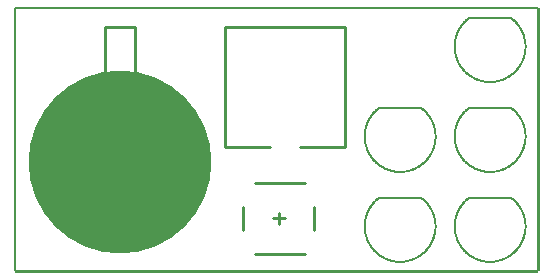
<source format=gto>
G04 MADE WITH FRITZING*
G04 WWW.FRITZING.ORG*
G04 DOUBLE SIDED*
G04 HOLES PLATED*
G04 CONTOUR ON CENTER OF CONTOUR VECTOR*
%ASAXBY*%
%FSLAX23Y23*%
%MOIN*%
%OFA0B0*%
%SFA1.0B1.0*%
%ADD10C,0.610000*%
%ADD11C,0.010000*%
%ADD12C,0.005000*%
%ADD13C,0.007874*%
%LNSILK1*%
G90*
G70*
G54D10*
X355Y373D03*
G54D11*
X1001Y224D02*
X1001Y145D01*
D02*
X804Y303D02*
X971Y303D01*
D02*
X804Y67D02*
X971Y67D01*
D02*
X764Y224D02*
X764Y145D01*
D02*
X883Y204D02*
X883Y165D01*
D02*
X902Y185D02*
X863Y185D01*
D02*
X1105Y423D02*
X1105Y823D01*
D02*
X1105Y823D02*
X705Y823D01*
D02*
X705Y823D02*
X705Y423D01*
D02*
X1105Y423D02*
X955Y423D01*
D02*
X855Y423D02*
X705Y423D01*
D02*
X405Y323D02*
X405Y823D01*
D02*
X405Y823D02*
X305Y823D01*
D02*
X305Y823D02*
X305Y323D01*
D02*
X305Y323D02*
X405Y323D01*
G54D12*
D02*
X405Y823D02*
X305Y823D01*
G36*
X4Y889D02*
X4Y885D01*
X0Y885D01*
X0Y881D01*
X1744Y881D01*
X1744Y12D01*
X1752Y12D01*
X1752Y885D01*
X1748Y885D01*
X1748Y889D01*
X4Y889D01*
G37*
D02*
G36*
X0Y881D02*
X0Y12D01*
X8Y12D01*
X8Y881D01*
X0Y881D01*
G37*
D02*
G36*
X0Y12D02*
X0Y11D01*
X1752Y11D01*
X1752Y12D01*
X0Y12D01*
G37*
D02*
G36*
X0Y12D02*
X0Y11D01*
X1752Y11D01*
X1752Y12D01*
X0Y12D01*
G37*
D02*
G36*
X0Y11D02*
X0Y8D01*
X4Y8D01*
X4Y4D01*
X1748Y4D01*
X1748Y8D01*
X1752Y8D01*
X1752Y11D01*
X0Y11D01*
G37*
D02*
G36*
X1514Y855D02*
X1514Y854D01*
X1513Y854D01*
X1513Y853D01*
X1511Y853D01*
X1511Y852D01*
X1510Y852D01*
X1510Y851D01*
X1509Y851D01*
X1509Y850D01*
X1508Y850D01*
X1508Y849D01*
X1507Y849D01*
X1507Y848D01*
X1505Y848D01*
X1505Y847D01*
X1504Y847D01*
X1504Y846D01*
X1503Y846D01*
X1503Y845D01*
X1502Y845D01*
X1502Y844D01*
X1501Y844D01*
X1501Y843D01*
X1500Y843D01*
X1500Y842D01*
X1499Y842D01*
X1499Y841D01*
X1498Y841D01*
X1498Y840D01*
X1497Y840D01*
X1497Y839D01*
X1496Y839D01*
X1496Y837D01*
X1495Y837D01*
X1495Y836D01*
X1494Y836D01*
X1494Y835D01*
X1493Y835D01*
X1493Y834D01*
X1492Y834D01*
X1492Y833D01*
X1491Y833D01*
X1491Y831D01*
X1490Y831D01*
X1490Y830D01*
X1489Y830D01*
X1489Y829D01*
X1488Y829D01*
X1488Y827D01*
X1487Y827D01*
X1487Y826D01*
X1486Y826D01*
X1486Y824D01*
X1485Y824D01*
X1485Y823D01*
X1484Y823D01*
X1484Y821D01*
X1483Y821D01*
X1483Y819D01*
X1482Y819D01*
X1482Y818D01*
X1481Y818D01*
X1481Y816D01*
X1480Y816D01*
X1480Y814D01*
X1479Y814D01*
X1479Y812D01*
X1478Y812D01*
X1478Y810D01*
X1477Y810D01*
X1477Y808D01*
X1476Y808D01*
X1476Y806D01*
X1475Y806D01*
X1475Y803D01*
X1474Y803D01*
X1474Y801D01*
X1473Y801D01*
X1473Y798D01*
X1472Y798D01*
X1472Y795D01*
X1471Y795D01*
X1471Y792D01*
X1470Y792D01*
X1470Y788D01*
X1469Y788D01*
X1469Y784D01*
X1468Y784D01*
X1468Y779D01*
X1467Y779D01*
X1467Y772D01*
X1466Y772D01*
X1466Y743D01*
X1467Y743D01*
X1467Y736D01*
X1468Y736D01*
X1468Y731D01*
X1469Y731D01*
X1469Y727D01*
X1470Y727D01*
X1470Y723D01*
X1471Y723D01*
X1471Y720D01*
X1472Y720D01*
X1472Y717D01*
X1473Y717D01*
X1473Y714D01*
X1474Y714D01*
X1474Y711D01*
X1475Y711D01*
X1475Y709D01*
X1476Y709D01*
X1476Y707D01*
X1477Y707D01*
X1477Y705D01*
X1478Y705D01*
X1478Y703D01*
X1479Y703D01*
X1479Y701D01*
X1480Y701D01*
X1480Y699D01*
X1481Y699D01*
X1481Y697D01*
X1482Y697D01*
X1482Y695D01*
X1483Y695D01*
X1483Y694D01*
X1484Y694D01*
X1484Y692D01*
X1485Y692D01*
X1485Y690D01*
X1486Y690D01*
X1486Y689D01*
X1487Y689D01*
X1487Y687D01*
X1488Y687D01*
X1488Y686D01*
X1489Y686D01*
X1489Y685D01*
X1490Y685D01*
X1490Y683D01*
X1491Y683D01*
X1491Y682D01*
X1492Y682D01*
X1492Y681D01*
X1493Y681D01*
X1493Y679D01*
X1494Y679D01*
X1494Y678D01*
X1495Y678D01*
X1495Y677D01*
X1496Y677D01*
X1496Y676D01*
X1497Y676D01*
X1497Y675D01*
X1498Y675D01*
X1498Y674D01*
X1499Y674D01*
X1499Y673D01*
X1500Y673D01*
X1500Y672D01*
X1501Y672D01*
X1501Y671D01*
X1502Y671D01*
X1502Y670D01*
X1503Y670D01*
X1503Y669D01*
X1504Y669D01*
X1504Y668D01*
X1505Y668D01*
X1505Y667D01*
X1506Y667D01*
X1506Y666D01*
X1507Y666D01*
X1507Y665D01*
X1508Y665D01*
X1508Y664D01*
X1509Y664D01*
X1509Y663D01*
X1511Y663D01*
X1511Y662D01*
X1512Y662D01*
X1512Y661D01*
X1513Y661D01*
X1513Y660D01*
X1515Y660D01*
X1515Y659D01*
X1516Y659D01*
X1516Y658D01*
X1517Y658D01*
X1517Y657D01*
X1519Y657D01*
X1519Y656D01*
X1520Y656D01*
X1520Y655D01*
X1522Y655D01*
X1522Y654D01*
X1523Y654D01*
X1523Y653D01*
X1525Y653D01*
X1525Y652D01*
X1527Y652D01*
X1527Y651D01*
X1529Y651D01*
X1529Y650D01*
X1531Y650D01*
X1531Y649D01*
X1532Y649D01*
X1532Y648D01*
X1534Y648D01*
X1534Y647D01*
X1537Y647D01*
X1537Y646D01*
X1539Y646D01*
X1539Y645D01*
X1541Y645D01*
X1541Y644D01*
X1544Y644D01*
X1544Y643D01*
X1573Y643D01*
X1573Y644D01*
X1567Y644D01*
X1567Y645D01*
X1562Y645D01*
X1562Y646D01*
X1558Y646D01*
X1558Y647D01*
X1554Y647D01*
X1554Y648D01*
X1551Y648D01*
X1551Y649D01*
X1548Y649D01*
X1548Y650D01*
X1546Y650D01*
X1546Y651D01*
X1543Y651D01*
X1543Y652D01*
X1541Y652D01*
X1541Y653D01*
X1539Y653D01*
X1539Y654D01*
X1537Y654D01*
X1537Y655D01*
X1535Y655D01*
X1535Y656D01*
X1533Y656D01*
X1533Y657D01*
X1531Y657D01*
X1531Y658D01*
X1529Y658D01*
X1529Y659D01*
X1528Y659D01*
X1528Y660D01*
X1526Y660D01*
X1526Y661D01*
X1525Y661D01*
X1525Y662D01*
X1523Y662D01*
X1523Y663D01*
X1522Y663D01*
X1522Y664D01*
X1520Y664D01*
X1520Y665D01*
X1519Y665D01*
X1519Y666D01*
X1518Y666D01*
X1518Y667D01*
X1516Y667D01*
X1516Y668D01*
X1515Y668D01*
X1515Y669D01*
X1514Y669D01*
X1514Y670D01*
X1513Y670D01*
X1513Y671D01*
X1512Y671D01*
X1512Y672D01*
X1510Y672D01*
X1510Y673D01*
X1509Y673D01*
X1509Y674D01*
X1508Y674D01*
X1508Y675D01*
X1507Y675D01*
X1507Y676D01*
X1506Y676D01*
X1506Y677D01*
X1505Y677D01*
X1505Y678D01*
X1504Y678D01*
X1504Y679D01*
X1503Y679D01*
X1503Y680D01*
X1502Y680D01*
X1502Y681D01*
X1501Y681D01*
X1501Y683D01*
X1500Y683D01*
X1500Y684D01*
X1499Y684D01*
X1499Y685D01*
X1498Y685D01*
X1498Y686D01*
X1497Y686D01*
X1497Y687D01*
X1496Y687D01*
X1496Y689D01*
X1495Y689D01*
X1495Y690D01*
X1494Y690D01*
X1494Y691D01*
X1493Y691D01*
X1493Y693D01*
X1492Y693D01*
X1492Y694D01*
X1491Y694D01*
X1491Y696D01*
X1490Y696D01*
X1490Y697D01*
X1489Y697D01*
X1489Y699D01*
X1488Y699D01*
X1488Y701D01*
X1487Y701D01*
X1487Y703D01*
X1486Y703D01*
X1486Y704D01*
X1485Y704D01*
X1485Y706D01*
X1484Y706D01*
X1484Y708D01*
X1483Y708D01*
X1483Y710D01*
X1482Y710D01*
X1482Y713D01*
X1481Y713D01*
X1481Y715D01*
X1480Y715D01*
X1480Y718D01*
X1479Y718D01*
X1479Y721D01*
X1478Y721D01*
X1478Y724D01*
X1477Y724D01*
X1477Y727D01*
X1476Y727D01*
X1476Y731D01*
X1475Y731D01*
X1475Y736D01*
X1474Y736D01*
X1474Y742D01*
X1473Y742D01*
X1473Y756D01*
X1472Y756D01*
X1472Y759D01*
X1473Y759D01*
X1473Y772D01*
X1474Y772D01*
X1474Y778D01*
X1475Y778D01*
X1475Y783D01*
X1476Y783D01*
X1476Y787D01*
X1477Y787D01*
X1477Y790D01*
X1478Y790D01*
X1478Y793D01*
X1479Y793D01*
X1479Y796D01*
X1480Y796D01*
X1480Y799D01*
X1481Y799D01*
X1481Y801D01*
X1482Y801D01*
X1482Y803D01*
X1483Y803D01*
X1483Y806D01*
X1484Y806D01*
X1484Y808D01*
X1485Y808D01*
X1485Y810D01*
X1486Y810D01*
X1486Y812D01*
X1487Y812D01*
X1487Y813D01*
X1488Y813D01*
X1488Y815D01*
X1489Y815D01*
X1489Y817D01*
X1490Y817D01*
X1490Y818D01*
X1491Y818D01*
X1491Y820D01*
X1492Y820D01*
X1492Y821D01*
X1493Y821D01*
X1493Y823D01*
X1494Y823D01*
X1494Y824D01*
X1495Y824D01*
X1495Y826D01*
X1496Y826D01*
X1496Y827D01*
X1497Y827D01*
X1497Y828D01*
X1498Y828D01*
X1498Y829D01*
X1499Y829D01*
X1499Y831D01*
X1500Y831D01*
X1500Y832D01*
X1501Y832D01*
X1501Y833D01*
X1502Y833D01*
X1502Y834D01*
X1503Y834D01*
X1503Y835D01*
X1504Y835D01*
X1504Y836D01*
X1505Y836D01*
X1505Y837D01*
X1506Y837D01*
X1506Y838D01*
X1507Y838D01*
X1507Y839D01*
X1508Y839D01*
X1508Y840D01*
X1509Y840D01*
X1509Y841D01*
X1510Y841D01*
X1510Y842D01*
X1511Y842D01*
X1511Y843D01*
X1512Y843D01*
X1512Y844D01*
X1513Y844D01*
X1513Y845D01*
X1515Y845D01*
X1515Y846D01*
X1516Y846D01*
X1516Y847D01*
X1517Y847D01*
X1517Y848D01*
X1518Y848D01*
X1518Y849D01*
X1519Y849D01*
X1519Y850D01*
X1520Y850D01*
X1520Y854D01*
X1519Y854D01*
X1519Y855D01*
X1514Y855D01*
G37*
D02*
G36*
X1656Y855D02*
X1656Y854D01*
X1655Y854D01*
X1655Y849D01*
X1656Y849D01*
X1656Y848D01*
X1657Y848D01*
X1657Y847D01*
X1658Y847D01*
X1658Y846D01*
X1660Y846D01*
X1660Y845D01*
X1661Y845D01*
X1661Y844D01*
X1662Y844D01*
X1662Y843D01*
X1663Y843D01*
X1663Y842D01*
X1664Y842D01*
X1664Y841D01*
X1665Y841D01*
X1665Y840D01*
X1666Y840D01*
X1666Y839D01*
X1667Y839D01*
X1667Y838D01*
X1669Y838D01*
X1669Y837D01*
X1670Y837D01*
X1670Y835D01*
X1671Y835D01*
X1671Y834D01*
X1672Y834D01*
X1672Y833D01*
X1673Y833D01*
X1673Y832D01*
X1674Y832D01*
X1674Y831D01*
X1675Y831D01*
X1675Y830D01*
X1676Y830D01*
X1676Y829D01*
X1677Y829D01*
X1677Y827D01*
X1678Y827D01*
X1678Y826D01*
X1679Y826D01*
X1679Y825D01*
X1680Y825D01*
X1680Y823D01*
X1681Y823D01*
X1681Y822D01*
X1682Y822D01*
X1682Y820D01*
X1683Y820D01*
X1683Y819D01*
X1684Y819D01*
X1684Y817D01*
X1685Y817D01*
X1685Y816D01*
X1686Y816D01*
X1686Y814D01*
X1687Y814D01*
X1687Y812D01*
X1688Y812D01*
X1688Y810D01*
X1689Y810D01*
X1689Y809D01*
X1690Y809D01*
X1690Y807D01*
X1691Y807D01*
X1691Y804D01*
X1692Y804D01*
X1692Y802D01*
X1693Y802D01*
X1693Y800D01*
X1694Y800D01*
X1694Y797D01*
X1695Y797D01*
X1695Y795D01*
X1696Y795D01*
X1696Y791D01*
X1697Y791D01*
X1697Y788D01*
X1698Y788D01*
X1698Y784D01*
X1699Y784D01*
X1699Y780D01*
X1700Y780D01*
X1700Y774D01*
X1701Y774D01*
X1701Y765D01*
X1702Y765D01*
X1702Y750D01*
X1701Y750D01*
X1701Y741D01*
X1700Y741D01*
X1700Y735D01*
X1699Y735D01*
X1699Y730D01*
X1698Y730D01*
X1698Y727D01*
X1697Y727D01*
X1697Y723D01*
X1696Y723D01*
X1696Y720D01*
X1695Y720D01*
X1695Y718D01*
X1694Y718D01*
X1694Y715D01*
X1693Y715D01*
X1693Y713D01*
X1692Y713D01*
X1692Y710D01*
X1691Y710D01*
X1691Y708D01*
X1690Y708D01*
X1690Y706D01*
X1689Y706D01*
X1689Y704D01*
X1688Y704D01*
X1688Y702D01*
X1687Y702D01*
X1687Y701D01*
X1686Y701D01*
X1686Y699D01*
X1685Y699D01*
X1685Y697D01*
X1684Y697D01*
X1684Y696D01*
X1683Y696D01*
X1683Y694D01*
X1682Y694D01*
X1682Y693D01*
X1681Y693D01*
X1681Y691D01*
X1680Y691D01*
X1680Y690D01*
X1679Y690D01*
X1679Y689D01*
X1678Y689D01*
X1678Y687D01*
X1677Y687D01*
X1677Y686D01*
X1676Y686D01*
X1676Y685D01*
X1675Y685D01*
X1675Y683D01*
X1674Y683D01*
X1674Y682D01*
X1673Y682D01*
X1673Y681D01*
X1672Y681D01*
X1672Y680D01*
X1671Y680D01*
X1671Y679D01*
X1670Y679D01*
X1670Y678D01*
X1669Y678D01*
X1669Y677D01*
X1668Y677D01*
X1668Y676D01*
X1667Y676D01*
X1667Y675D01*
X1666Y675D01*
X1666Y674D01*
X1665Y674D01*
X1665Y673D01*
X1664Y673D01*
X1664Y672D01*
X1663Y672D01*
X1663Y671D01*
X1662Y671D01*
X1662Y670D01*
X1661Y670D01*
X1661Y669D01*
X1659Y669D01*
X1659Y668D01*
X1658Y668D01*
X1658Y667D01*
X1657Y667D01*
X1657Y666D01*
X1655Y666D01*
X1655Y665D01*
X1654Y665D01*
X1654Y664D01*
X1653Y664D01*
X1653Y663D01*
X1651Y663D01*
X1651Y662D01*
X1650Y662D01*
X1650Y661D01*
X1648Y661D01*
X1648Y660D01*
X1647Y660D01*
X1647Y659D01*
X1645Y659D01*
X1645Y658D01*
X1643Y658D01*
X1643Y657D01*
X1642Y657D01*
X1642Y656D01*
X1640Y656D01*
X1640Y655D01*
X1638Y655D01*
X1638Y654D01*
X1636Y654D01*
X1636Y653D01*
X1634Y653D01*
X1634Y652D01*
X1631Y652D01*
X1631Y651D01*
X1629Y651D01*
X1629Y650D01*
X1626Y650D01*
X1626Y649D01*
X1623Y649D01*
X1623Y648D01*
X1620Y648D01*
X1620Y647D01*
X1617Y647D01*
X1617Y646D01*
X1613Y646D01*
X1613Y645D01*
X1608Y645D01*
X1608Y644D01*
X1601Y644D01*
X1601Y643D01*
X1630Y643D01*
X1630Y644D01*
X1632Y644D01*
X1632Y645D01*
X1635Y645D01*
X1635Y646D01*
X1637Y646D01*
X1637Y647D01*
X1639Y647D01*
X1639Y648D01*
X1641Y648D01*
X1641Y649D01*
X1643Y649D01*
X1643Y650D01*
X1645Y650D01*
X1645Y651D01*
X1647Y651D01*
X1647Y652D01*
X1649Y652D01*
X1649Y653D01*
X1651Y653D01*
X1651Y654D01*
X1652Y654D01*
X1652Y655D01*
X1654Y655D01*
X1654Y656D01*
X1655Y656D01*
X1655Y657D01*
X1657Y657D01*
X1657Y658D01*
X1658Y658D01*
X1658Y659D01*
X1660Y659D01*
X1660Y660D01*
X1661Y660D01*
X1661Y661D01*
X1662Y661D01*
X1662Y662D01*
X1664Y662D01*
X1664Y663D01*
X1665Y663D01*
X1665Y664D01*
X1666Y664D01*
X1666Y665D01*
X1667Y665D01*
X1667Y666D01*
X1668Y666D01*
X1668Y667D01*
X1669Y667D01*
X1669Y668D01*
X1670Y668D01*
X1670Y669D01*
X1672Y669D01*
X1672Y670D01*
X1673Y670D01*
X1673Y671D01*
X1674Y671D01*
X1674Y672D01*
X1675Y672D01*
X1675Y673D01*
X1676Y673D01*
X1676Y675D01*
X1677Y675D01*
X1677Y676D01*
X1678Y676D01*
X1678Y677D01*
X1679Y677D01*
X1679Y678D01*
X1680Y678D01*
X1680Y679D01*
X1681Y679D01*
X1681Y680D01*
X1682Y680D01*
X1682Y682D01*
X1683Y682D01*
X1683Y683D01*
X1684Y683D01*
X1684Y684D01*
X1685Y684D01*
X1685Y686D01*
X1686Y686D01*
X1686Y687D01*
X1687Y687D01*
X1687Y688D01*
X1688Y688D01*
X1688Y690D01*
X1689Y690D01*
X1689Y691D01*
X1690Y691D01*
X1690Y693D01*
X1691Y693D01*
X1691Y695D01*
X1692Y695D01*
X1692Y696D01*
X1693Y696D01*
X1693Y698D01*
X1694Y698D01*
X1694Y700D01*
X1695Y700D01*
X1695Y702D01*
X1696Y702D01*
X1696Y704D01*
X1697Y704D01*
X1697Y706D01*
X1698Y706D01*
X1698Y708D01*
X1699Y708D01*
X1699Y710D01*
X1700Y710D01*
X1700Y713D01*
X1701Y713D01*
X1701Y716D01*
X1702Y716D01*
X1702Y719D01*
X1703Y719D01*
X1703Y722D01*
X1704Y722D01*
X1704Y725D01*
X1705Y725D01*
X1705Y729D01*
X1706Y729D01*
X1706Y734D01*
X1707Y734D01*
X1707Y741D01*
X1708Y741D01*
X1708Y752D01*
X1709Y752D01*
X1709Y762D01*
X1708Y762D01*
X1708Y773D01*
X1707Y773D01*
X1707Y780D01*
X1706Y780D01*
X1706Y784D01*
X1705Y784D01*
X1705Y788D01*
X1704Y788D01*
X1704Y792D01*
X1703Y792D01*
X1703Y795D01*
X1702Y795D01*
X1702Y798D01*
X1701Y798D01*
X1701Y801D01*
X1700Y801D01*
X1700Y803D01*
X1699Y803D01*
X1699Y806D01*
X1698Y806D01*
X1698Y808D01*
X1697Y808D01*
X1697Y810D01*
X1696Y810D01*
X1696Y812D01*
X1695Y812D01*
X1695Y814D01*
X1694Y814D01*
X1694Y816D01*
X1693Y816D01*
X1693Y818D01*
X1692Y818D01*
X1692Y820D01*
X1691Y820D01*
X1691Y821D01*
X1690Y821D01*
X1690Y823D01*
X1689Y823D01*
X1689Y824D01*
X1688Y824D01*
X1688Y826D01*
X1687Y826D01*
X1687Y827D01*
X1686Y827D01*
X1686Y829D01*
X1685Y829D01*
X1685Y830D01*
X1684Y830D01*
X1684Y831D01*
X1683Y831D01*
X1683Y833D01*
X1682Y833D01*
X1682Y834D01*
X1681Y834D01*
X1681Y835D01*
X1680Y835D01*
X1680Y836D01*
X1679Y836D01*
X1679Y838D01*
X1678Y838D01*
X1678Y839D01*
X1677Y839D01*
X1677Y840D01*
X1676Y840D01*
X1676Y841D01*
X1675Y841D01*
X1675Y842D01*
X1674Y842D01*
X1674Y843D01*
X1673Y843D01*
X1673Y844D01*
X1672Y844D01*
X1672Y845D01*
X1671Y845D01*
X1671Y846D01*
X1670Y846D01*
X1670Y847D01*
X1669Y847D01*
X1669Y848D01*
X1668Y848D01*
X1668Y849D01*
X1666Y849D01*
X1666Y850D01*
X1665Y850D01*
X1665Y851D01*
X1664Y851D01*
X1664Y852D01*
X1663Y852D01*
X1663Y853D01*
X1662Y853D01*
X1662Y854D01*
X1660Y854D01*
X1660Y855D01*
X1656Y855D01*
G37*
D02*
G36*
X1547Y643D02*
X1547Y642D01*
X1627Y642D01*
X1627Y643D01*
X1547Y643D01*
G37*
D02*
G36*
X1547Y643D02*
X1547Y642D01*
X1627Y642D01*
X1627Y643D01*
X1547Y643D01*
G37*
D02*
G36*
X1550Y642D02*
X1550Y641D01*
X1553Y641D01*
X1553Y640D01*
X1557Y640D01*
X1557Y639D01*
X1561Y639D01*
X1561Y638D01*
X1566Y638D01*
X1566Y637D01*
X1574Y637D01*
X1574Y636D01*
X1600Y636D01*
X1600Y637D01*
X1607Y637D01*
X1607Y638D01*
X1612Y638D01*
X1612Y639D01*
X1617Y639D01*
X1617Y640D01*
X1621Y640D01*
X1621Y641D01*
X1624Y641D01*
X1624Y642D01*
X1550Y642D01*
G37*
D02*
G36*
X1215Y556D02*
X1215Y555D01*
X1217Y555D01*
X1217Y556D01*
X1215Y556D01*
G37*
D02*
G36*
X1214Y555D02*
X1214Y554D01*
X1212Y554D01*
X1212Y553D01*
X1211Y553D01*
X1211Y552D01*
X1210Y552D01*
X1210Y551D01*
X1209Y551D01*
X1209Y550D01*
X1207Y550D01*
X1207Y549D01*
X1206Y549D01*
X1206Y548D01*
X1205Y548D01*
X1205Y547D01*
X1204Y547D01*
X1204Y546D01*
X1203Y546D01*
X1203Y545D01*
X1202Y545D01*
X1202Y544D01*
X1201Y544D01*
X1201Y543D01*
X1200Y543D01*
X1200Y542D01*
X1199Y542D01*
X1199Y541D01*
X1198Y541D01*
X1198Y540D01*
X1197Y540D01*
X1197Y539D01*
X1196Y539D01*
X1196Y538D01*
X1195Y538D01*
X1195Y536D01*
X1194Y536D01*
X1194Y535D01*
X1193Y535D01*
X1193Y534D01*
X1192Y534D01*
X1192Y533D01*
X1191Y533D01*
X1191Y531D01*
X1190Y531D01*
X1190Y530D01*
X1189Y530D01*
X1189Y529D01*
X1188Y529D01*
X1188Y527D01*
X1187Y527D01*
X1187Y526D01*
X1186Y526D01*
X1186Y524D01*
X1185Y524D01*
X1185Y523D01*
X1184Y523D01*
X1184Y521D01*
X1183Y521D01*
X1183Y520D01*
X1182Y520D01*
X1182Y518D01*
X1181Y518D01*
X1181Y516D01*
X1180Y516D01*
X1180Y514D01*
X1179Y514D01*
X1179Y512D01*
X1178Y512D01*
X1178Y510D01*
X1177Y510D01*
X1177Y508D01*
X1176Y508D01*
X1176Y506D01*
X1175Y506D01*
X1175Y503D01*
X1174Y503D01*
X1174Y501D01*
X1173Y501D01*
X1173Y498D01*
X1172Y498D01*
X1172Y495D01*
X1171Y495D01*
X1171Y492D01*
X1170Y492D01*
X1170Y488D01*
X1169Y488D01*
X1169Y484D01*
X1168Y484D01*
X1168Y478D01*
X1167Y478D01*
X1167Y471D01*
X1166Y471D01*
X1166Y444D01*
X1167Y444D01*
X1167Y437D01*
X1168Y437D01*
X1168Y432D01*
X1169Y432D01*
X1169Y428D01*
X1170Y428D01*
X1170Y424D01*
X1171Y424D01*
X1171Y421D01*
X1172Y421D01*
X1172Y417D01*
X1173Y417D01*
X1173Y415D01*
X1174Y415D01*
X1174Y412D01*
X1175Y412D01*
X1175Y410D01*
X1176Y410D01*
X1176Y407D01*
X1177Y407D01*
X1177Y405D01*
X1178Y405D01*
X1178Y403D01*
X1179Y403D01*
X1179Y401D01*
X1180Y401D01*
X1180Y399D01*
X1181Y399D01*
X1181Y397D01*
X1182Y397D01*
X1182Y396D01*
X1183Y396D01*
X1183Y394D01*
X1184Y394D01*
X1184Y392D01*
X1185Y392D01*
X1185Y391D01*
X1186Y391D01*
X1186Y389D01*
X1187Y389D01*
X1187Y388D01*
X1188Y388D01*
X1188Y386D01*
X1189Y386D01*
X1189Y385D01*
X1190Y385D01*
X1190Y384D01*
X1191Y384D01*
X1191Y382D01*
X1192Y382D01*
X1192Y381D01*
X1193Y381D01*
X1193Y380D01*
X1194Y380D01*
X1194Y379D01*
X1195Y379D01*
X1195Y377D01*
X1196Y377D01*
X1196Y376D01*
X1197Y376D01*
X1197Y375D01*
X1198Y375D01*
X1198Y374D01*
X1199Y374D01*
X1199Y373D01*
X1200Y373D01*
X1200Y372D01*
X1201Y372D01*
X1201Y371D01*
X1202Y371D01*
X1202Y370D01*
X1203Y370D01*
X1203Y369D01*
X1204Y369D01*
X1204Y368D01*
X1205Y368D01*
X1205Y367D01*
X1206Y367D01*
X1206Y366D01*
X1208Y366D01*
X1208Y365D01*
X1209Y365D01*
X1209Y364D01*
X1210Y364D01*
X1210Y363D01*
X1211Y363D01*
X1211Y362D01*
X1212Y362D01*
X1212Y361D01*
X1214Y361D01*
X1214Y360D01*
X1215Y360D01*
X1215Y359D01*
X1216Y359D01*
X1216Y358D01*
X1218Y358D01*
X1218Y357D01*
X1219Y357D01*
X1219Y356D01*
X1221Y356D01*
X1221Y355D01*
X1222Y355D01*
X1222Y354D01*
X1224Y354D01*
X1224Y353D01*
X1226Y353D01*
X1226Y352D01*
X1227Y352D01*
X1227Y351D01*
X1229Y351D01*
X1229Y350D01*
X1231Y350D01*
X1231Y349D01*
X1233Y349D01*
X1233Y348D01*
X1235Y348D01*
X1235Y347D01*
X1237Y347D01*
X1237Y346D01*
X1240Y346D01*
X1240Y345D01*
X1242Y345D01*
X1242Y344D01*
X1245Y344D01*
X1245Y343D01*
X1276Y343D01*
X1276Y344D01*
X1269Y344D01*
X1269Y345D01*
X1263Y345D01*
X1263Y346D01*
X1259Y346D01*
X1259Y347D01*
X1256Y347D01*
X1256Y348D01*
X1252Y348D01*
X1252Y349D01*
X1249Y349D01*
X1249Y350D01*
X1247Y350D01*
X1247Y351D01*
X1244Y351D01*
X1244Y352D01*
X1242Y352D01*
X1242Y353D01*
X1240Y353D01*
X1240Y354D01*
X1238Y354D01*
X1238Y355D01*
X1236Y355D01*
X1236Y356D01*
X1234Y356D01*
X1234Y357D01*
X1232Y357D01*
X1232Y358D01*
X1230Y358D01*
X1230Y359D01*
X1228Y359D01*
X1228Y360D01*
X1227Y360D01*
X1227Y361D01*
X1225Y361D01*
X1225Y362D01*
X1224Y362D01*
X1224Y363D01*
X1222Y363D01*
X1222Y364D01*
X1221Y364D01*
X1221Y365D01*
X1219Y365D01*
X1219Y366D01*
X1218Y366D01*
X1218Y367D01*
X1217Y367D01*
X1217Y368D01*
X1216Y368D01*
X1216Y369D01*
X1214Y369D01*
X1214Y370D01*
X1213Y370D01*
X1213Y371D01*
X1212Y371D01*
X1212Y372D01*
X1211Y372D01*
X1211Y373D01*
X1210Y373D01*
X1210Y374D01*
X1209Y374D01*
X1209Y375D01*
X1208Y375D01*
X1208Y376D01*
X1207Y376D01*
X1207Y377D01*
X1206Y377D01*
X1206Y378D01*
X1205Y378D01*
X1205Y379D01*
X1204Y379D01*
X1204Y380D01*
X1203Y380D01*
X1203Y381D01*
X1202Y381D01*
X1202Y382D01*
X1201Y382D01*
X1201Y383D01*
X1200Y383D01*
X1200Y384D01*
X1199Y384D01*
X1199Y385D01*
X1198Y385D01*
X1198Y386D01*
X1197Y386D01*
X1197Y388D01*
X1196Y388D01*
X1196Y389D01*
X1195Y389D01*
X1195Y390D01*
X1194Y390D01*
X1194Y392D01*
X1193Y392D01*
X1193Y393D01*
X1192Y393D01*
X1192Y395D01*
X1191Y395D01*
X1191Y396D01*
X1190Y396D01*
X1190Y398D01*
X1189Y398D01*
X1189Y399D01*
X1188Y399D01*
X1188Y401D01*
X1187Y401D01*
X1187Y403D01*
X1186Y403D01*
X1186Y405D01*
X1185Y405D01*
X1185Y407D01*
X1184Y407D01*
X1184Y409D01*
X1183Y409D01*
X1183Y411D01*
X1182Y411D01*
X1182Y413D01*
X1181Y413D01*
X1181Y416D01*
X1180Y416D01*
X1180Y418D01*
X1179Y418D01*
X1179Y421D01*
X1178Y421D01*
X1178Y424D01*
X1177Y424D01*
X1177Y428D01*
X1176Y428D01*
X1176Y432D01*
X1175Y432D01*
X1175Y437D01*
X1174Y437D01*
X1174Y443D01*
X1173Y443D01*
X1173Y472D01*
X1174Y472D01*
X1174Y478D01*
X1175Y478D01*
X1175Y483D01*
X1176Y483D01*
X1176Y487D01*
X1177Y487D01*
X1177Y490D01*
X1178Y490D01*
X1178Y493D01*
X1179Y493D01*
X1179Y496D01*
X1180Y496D01*
X1180Y499D01*
X1181Y499D01*
X1181Y501D01*
X1182Y501D01*
X1182Y504D01*
X1183Y504D01*
X1183Y506D01*
X1184Y506D01*
X1184Y508D01*
X1185Y508D01*
X1185Y510D01*
X1186Y510D01*
X1186Y512D01*
X1187Y512D01*
X1187Y513D01*
X1188Y513D01*
X1188Y515D01*
X1189Y515D01*
X1189Y517D01*
X1190Y517D01*
X1190Y518D01*
X1191Y518D01*
X1191Y520D01*
X1192Y520D01*
X1192Y521D01*
X1193Y521D01*
X1193Y523D01*
X1194Y523D01*
X1194Y524D01*
X1195Y524D01*
X1195Y526D01*
X1196Y526D01*
X1196Y527D01*
X1197Y527D01*
X1197Y528D01*
X1198Y528D01*
X1198Y530D01*
X1199Y530D01*
X1199Y531D01*
X1200Y531D01*
X1200Y532D01*
X1201Y532D01*
X1201Y533D01*
X1202Y533D01*
X1202Y534D01*
X1203Y534D01*
X1203Y535D01*
X1204Y535D01*
X1204Y536D01*
X1205Y536D01*
X1205Y537D01*
X1206Y537D01*
X1206Y538D01*
X1207Y538D01*
X1207Y539D01*
X1208Y539D01*
X1208Y540D01*
X1209Y540D01*
X1209Y541D01*
X1210Y541D01*
X1210Y542D01*
X1211Y542D01*
X1211Y543D01*
X1212Y543D01*
X1212Y544D01*
X1213Y544D01*
X1213Y545D01*
X1214Y545D01*
X1214Y546D01*
X1216Y546D01*
X1216Y547D01*
X1217Y547D01*
X1217Y548D01*
X1218Y548D01*
X1218Y549D01*
X1219Y549D01*
X1219Y550D01*
X1220Y550D01*
X1220Y554D01*
X1219Y554D01*
X1219Y555D01*
X1214Y555D01*
G37*
D02*
G36*
X1356Y555D02*
X1356Y554D01*
X1355Y554D01*
X1355Y549D01*
X1356Y549D01*
X1356Y548D01*
X1358Y548D01*
X1358Y547D01*
X1359Y547D01*
X1359Y546D01*
X1360Y546D01*
X1360Y545D01*
X1361Y545D01*
X1361Y544D01*
X1362Y544D01*
X1362Y543D01*
X1364Y543D01*
X1364Y542D01*
X1365Y542D01*
X1365Y541D01*
X1366Y541D01*
X1366Y540D01*
X1367Y540D01*
X1367Y539D01*
X1368Y539D01*
X1368Y538D01*
X1369Y538D01*
X1369Y537D01*
X1370Y537D01*
X1370Y536D01*
X1371Y536D01*
X1371Y535D01*
X1372Y535D01*
X1372Y534D01*
X1373Y534D01*
X1373Y533D01*
X1374Y533D01*
X1374Y531D01*
X1375Y531D01*
X1375Y530D01*
X1376Y530D01*
X1376Y529D01*
X1377Y529D01*
X1377Y528D01*
X1378Y528D01*
X1378Y526D01*
X1379Y526D01*
X1379Y525D01*
X1380Y525D01*
X1380Y524D01*
X1381Y524D01*
X1381Y522D01*
X1382Y522D01*
X1382Y521D01*
X1383Y521D01*
X1383Y519D01*
X1384Y519D01*
X1384Y518D01*
X1385Y518D01*
X1385Y516D01*
X1386Y516D01*
X1386Y515D01*
X1387Y515D01*
X1387Y513D01*
X1388Y513D01*
X1388Y511D01*
X1389Y511D01*
X1389Y509D01*
X1390Y509D01*
X1390Y507D01*
X1391Y507D01*
X1391Y505D01*
X1392Y505D01*
X1392Y503D01*
X1393Y503D01*
X1393Y500D01*
X1394Y500D01*
X1394Y498D01*
X1395Y498D01*
X1395Y495D01*
X1396Y495D01*
X1396Y492D01*
X1397Y492D01*
X1397Y489D01*
X1398Y489D01*
X1398Y485D01*
X1399Y485D01*
X1399Y481D01*
X1400Y481D01*
X1400Y475D01*
X1401Y475D01*
X1401Y467D01*
X1402Y467D01*
X1402Y449D01*
X1401Y449D01*
X1401Y440D01*
X1400Y440D01*
X1400Y435D01*
X1399Y435D01*
X1399Y430D01*
X1398Y430D01*
X1398Y427D01*
X1397Y427D01*
X1397Y423D01*
X1396Y423D01*
X1396Y420D01*
X1395Y420D01*
X1395Y418D01*
X1394Y418D01*
X1394Y415D01*
X1393Y415D01*
X1393Y413D01*
X1392Y413D01*
X1392Y410D01*
X1391Y410D01*
X1391Y408D01*
X1390Y408D01*
X1390Y406D01*
X1389Y406D01*
X1389Y404D01*
X1388Y404D01*
X1388Y403D01*
X1387Y403D01*
X1387Y401D01*
X1386Y401D01*
X1386Y399D01*
X1385Y399D01*
X1385Y397D01*
X1384Y397D01*
X1384Y396D01*
X1383Y396D01*
X1383Y394D01*
X1382Y394D01*
X1382Y393D01*
X1381Y393D01*
X1381Y391D01*
X1380Y391D01*
X1380Y390D01*
X1379Y390D01*
X1379Y389D01*
X1378Y389D01*
X1378Y387D01*
X1377Y387D01*
X1377Y386D01*
X1376Y386D01*
X1376Y385D01*
X1375Y385D01*
X1375Y384D01*
X1374Y384D01*
X1374Y383D01*
X1373Y383D01*
X1373Y381D01*
X1372Y381D01*
X1372Y380D01*
X1371Y380D01*
X1371Y379D01*
X1370Y379D01*
X1370Y378D01*
X1369Y378D01*
X1369Y377D01*
X1368Y377D01*
X1368Y376D01*
X1367Y376D01*
X1367Y375D01*
X1366Y375D01*
X1366Y374D01*
X1365Y374D01*
X1365Y373D01*
X1364Y373D01*
X1364Y372D01*
X1363Y372D01*
X1363Y371D01*
X1361Y371D01*
X1361Y370D01*
X1360Y370D01*
X1360Y369D01*
X1359Y369D01*
X1359Y368D01*
X1358Y368D01*
X1358Y367D01*
X1357Y367D01*
X1357Y366D01*
X1355Y366D01*
X1355Y365D01*
X1354Y365D01*
X1354Y364D01*
X1352Y364D01*
X1352Y363D01*
X1351Y363D01*
X1351Y362D01*
X1350Y362D01*
X1350Y361D01*
X1348Y361D01*
X1348Y360D01*
X1346Y360D01*
X1346Y359D01*
X1345Y359D01*
X1345Y358D01*
X1343Y358D01*
X1343Y357D01*
X1341Y357D01*
X1341Y356D01*
X1339Y356D01*
X1339Y355D01*
X1337Y355D01*
X1337Y354D01*
X1335Y354D01*
X1335Y353D01*
X1333Y353D01*
X1333Y352D01*
X1331Y352D01*
X1331Y351D01*
X1328Y351D01*
X1328Y350D01*
X1325Y350D01*
X1325Y349D01*
X1322Y349D01*
X1322Y348D01*
X1319Y348D01*
X1319Y347D01*
X1316Y347D01*
X1316Y346D01*
X1311Y346D01*
X1311Y345D01*
X1306Y345D01*
X1306Y344D01*
X1299Y344D01*
X1299Y343D01*
X1329Y343D01*
X1329Y344D01*
X1332Y344D01*
X1332Y345D01*
X1334Y345D01*
X1334Y346D01*
X1337Y346D01*
X1337Y347D01*
X1339Y347D01*
X1339Y348D01*
X1341Y348D01*
X1341Y349D01*
X1343Y349D01*
X1343Y350D01*
X1345Y350D01*
X1345Y351D01*
X1347Y351D01*
X1347Y352D01*
X1349Y352D01*
X1349Y353D01*
X1350Y353D01*
X1350Y354D01*
X1352Y354D01*
X1352Y355D01*
X1353Y355D01*
X1353Y356D01*
X1355Y356D01*
X1355Y357D01*
X1356Y357D01*
X1356Y358D01*
X1358Y358D01*
X1358Y359D01*
X1359Y359D01*
X1359Y360D01*
X1361Y360D01*
X1361Y361D01*
X1362Y361D01*
X1362Y362D01*
X1363Y362D01*
X1363Y363D01*
X1364Y363D01*
X1364Y364D01*
X1366Y364D01*
X1366Y365D01*
X1367Y365D01*
X1367Y366D01*
X1368Y366D01*
X1368Y367D01*
X1369Y367D01*
X1369Y368D01*
X1370Y368D01*
X1370Y369D01*
X1371Y369D01*
X1371Y370D01*
X1372Y370D01*
X1372Y371D01*
X1373Y371D01*
X1373Y372D01*
X1374Y372D01*
X1374Y373D01*
X1375Y373D01*
X1375Y374D01*
X1376Y374D01*
X1376Y375D01*
X1377Y375D01*
X1377Y376D01*
X1378Y376D01*
X1378Y377D01*
X1379Y377D01*
X1379Y378D01*
X1380Y378D01*
X1380Y379D01*
X1381Y379D01*
X1381Y380D01*
X1382Y380D01*
X1382Y382D01*
X1383Y382D01*
X1383Y383D01*
X1384Y383D01*
X1384Y384D01*
X1385Y384D01*
X1385Y386D01*
X1386Y386D01*
X1386Y387D01*
X1387Y387D01*
X1387Y388D01*
X1388Y388D01*
X1388Y390D01*
X1389Y390D01*
X1389Y392D01*
X1390Y392D01*
X1390Y393D01*
X1391Y393D01*
X1391Y395D01*
X1392Y395D01*
X1392Y396D01*
X1393Y396D01*
X1393Y398D01*
X1394Y398D01*
X1394Y400D01*
X1395Y400D01*
X1395Y402D01*
X1396Y402D01*
X1396Y404D01*
X1397Y404D01*
X1397Y406D01*
X1398Y406D01*
X1398Y408D01*
X1399Y408D01*
X1399Y411D01*
X1400Y411D01*
X1400Y413D01*
X1401Y413D01*
X1401Y416D01*
X1402Y416D01*
X1402Y419D01*
X1403Y419D01*
X1403Y422D01*
X1404Y422D01*
X1404Y425D01*
X1405Y425D01*
X1405Y429D01*
X1406Y429D01*
X1406Y434D01*
X1407Y434D01*
X1407Y440D01*
X1408Y440D01*
X1408Y450D01*
X1409Y450D01*
X1409Y464D01*
X1408Y464D01*
X1408Y474D01*
X1407Y474D01*
X1407Y480D01*
X1406Y480D01*
X1406Y485D01*
X1405Y485D01*
X1405Y489D01*
X1404Y489D01*
X1404Y493D01*
X1403Y493D01*
X1403Y496D01*
X1402Y496D01*
X1402Y499D01*
X1401Y499D01*
X1401Y501D01*
X1400Y501D01*
X1400Y504D01*
X1399Y504D01*
X1399Y506D01*
X1398Y506D01*
X1398Y509D01*
X1397Y509D01*
X1397Y511D01*
X1396Y511D01*
X1396Y513D01*
X1395Y513D01*
X1395Y515D01*
X1394Y515D01*
X1394Y517D01*
X1393Y517D01*
X1393Y518D01*
X1392Y518D01*
X1392Y520D01*
X1391Y520D01*
X1391Y522D01*
X1390Y522D01*
X1390Y523D01*
X1389Y523D01*
X1389Y525D01*
X1388Y525D01*
X1388Y526D01*
X1387Y526D01*
X1387Y528D01*
X1386Y528D01*
X1386Y529D01*
X1385Y529D01*
X1385Y531D01*
X1384Y531D01*
X1384Y532D01*
X1383Y532D01*
X1383Y533D01*
X1382Y533D01*
X1382Y534D01*
X1381Y534D01*
X1381Y536D01*
X1380Y536D01*
X1380Y537D01*
X1379Y537D01*
X1379Y538D01*
X1378Y538D01*
X1378Y539D01*
X1377Y539D01*
X1377Y540D01*
X1376Y540D01*
X1376Y541D01*
X1375Y541D01*
X1375Y542D01*
X1374Y542D01*
X1374Y543D01*
X1373Y543D01*
X1373Y544D01*
X1372Y544D01*
X1372Y545D01*
X1371Y545D01*
X1371Y546D01*
X1370Y546D01*
X1370Y547D01*
X1369Y547D01*
X1369Y548D01*
X1368Y548D01*
X1368Y549D01*
X1367Y549D01*
X1367Y550D01*
X1366Y550D01*
X1366Y551D01*
X1365Y551D01*
X1365Y552D01*
X1363Y552D01*
X1363Y553D01*
X1362Y553D01*
X1362Y554D01*
X1361Y554D01*
X1361Y555D01*
X1356Y555D01*
G37*
D02*
G36*
X1248Y343D02*
X1248Y342D01*
X1326Y342D01*
X1326Y343D01*
X1248Y343D01*
G37*
D02*
G36*
X1248Y343D02*
X1248Y342D01*
X1326Y342D01*
X1326Y343D01*
X1248Y343D01*
G37*
D02*
G36*
X1251Y342D02*
X1251Y341D01*
X1254Y341D01*
X1254Y340D01*
X1258Y340D01*
X1258Y339D01*
X1263Y339D01*
X1263Y338D01*
X1268Y338D01*
X1268Y337D01*
X1277Y337D01*
X1277Y336D01*
X1297Y336D01*
X1297Y337D01*
X1305Y337D01*
X1305Y338D01*
X1311Y338D01*
X1311Y339D01*
X1316Y339D01*
X1316Y340D01*
X1320Y340D01*
X1320Y341D01*
X1323Y341D01*
X1323Y342D01*
X1251Y342D01*
G37*
D02*
G36*
X1515Y556D02*
X1515Y555D01*
X1517Y555D01*
X1517Y556D01*
X1515Y556D01*
G37*
D02*
G36*
X1514Y555D02*
X1514Y554D01*
X1512Y554D01*
X1512Y553D01*
X1511Y553D01*
X1511Y552D01*
X1510Y552D01*
X1510Y551D01*
X1509Y551D01*
X1509Y550D01*
X1507Y550D01*
X1507Y549D01*
X1506Y549D01*
X1506Y548D01*
X1505Y548D01*
X1505Y547D01*
X1504Y547D01*
X1504Y546D01*
X1503Y546D01*
X1503Y545D01*
X1502Y545D01*
X1502Y544D01*
X1501Y544D01*
X1501Y543D01*
X1500Y543D01*
X1500Y542D01*
X1499Y542D01*
X1499Y541D01*
X1498Y541D01*
X1498Y540D01*
X1497Y540D01*
X1497Y539D01*
X1496Y539D01*
X1496Y538D01*
X1495Y538D01*
X1495Y537D01*
X1494Y537D01*
X1494Y535D01*
X1493Y535D01*
X1493Y534D01*
X1492Y534D01*
X1492Y533D01*
X1491Y533D01*
X1491Y532D01*
X1490Y532D01*
X1490Y530D01*
X1489Y530D01*
X1489Y529D01*
X1488Y529D01*
X1488Y527D01*
X1487Y527D01*
X1487Y526D01*
X1486Y526D01*
X1486Y525D01*
X1485Y525D01*
X1485Y523D01*
X1484Y523D01*
X1484Y521D01*
X1483Y521D01*
X1483Y520D01*
X1482Y520D01*
X1482Y518D01*
X1481Y518D01*
X1481Y516D01*
X1480Y516D01*
X1480Y514D01*
X1479Y514D01*
X1479Y512D01*
X1478Y512D01*
X1478Y510D01*
X1477Y510D01*
X1477Y508D01*
X1476Y508D01*
X1476Y506D01*
X1475Y506D01*
X1475Y504D01*
X1474Y504D01*
X1474Y501D01*
X1473Y501D01*
X1473Y498D01*
X1472Y498D01*
X1472Y495D01*
X1471Y495D01*
X1471Y492D01*
X1470Y492D01*
X1470Y488D01*
X1469Y488D01*
X1469Y484D01*
X1468Y484D01*
X1468Y479D01*
X1467Y479D01*
X1467Y472D01*
X1466Y472D01*
X1466Y444D01*
X1467Y444D01*
X1467Y437D01*
X1468Y437D01*
X1468Y431D01*
X1469Y431D01*
X1469Y427D01*
X1470Y427D01*
X1470Y423D01*
X1471Y423D01*
X1471Y420D01*
X1472Y420D01*
X1472Y417D01*
X1473Y417D01*
X1473Y414D01*
X1474Y414D01*
X1474Y412D01*
X1475Y412D01*
X1475Y409D01*
X1476Y409D01*
X1476Y407D01*
X1477Y407D01*
X1477Y405D01*
X1478Y405D01*
X1478Y403D01*
X1479Y403D01*
X1479Y401D01*
X1480Y401D01*
X1480Y399D01*
X1481Y399D01*
X1481Y397D01*
X1482Y397D01*
X1482Y395D01*
X1483Y395D01*
X1483Y394D01*
X1484Y394D01*
X1484Y392D01*
X1485Y392D01*
X1485Y391D01*
X1486Y391D01*
X1486Y389D01*
X1487Y389D01*
X1487Y388D01*
X1488Y388D01*
X1488Y386D01*
X1489Y386D01*
X1489Y385D01*
X1490Y385D01*
X1490Y384D01*
X1491Y384D01*
X1491Y382D01*
X1492Y382D01*
X1492Y381D01*
X1493Y381D01*
X1493Y380D01*
X1494Y380D01*
X1494Y379D01*
X1495Y379D01*
X1495Y377D01*
X1496Y377D01*
X1496Y376D01*
X1497Y376D01*
X1497Y375D01*
X1498Y375D01*
X1498Y374D01*
X1499Y374D01*
X1499Y373D01*
X1500Y373D01*
X1500Y372D01*
X1501Y372D01*
X1501Y371D01*
X1502Y371D01*
X1502Y370D01*
X1503Y370D01*
X1503Y369D01*
X1504Y369D01*
X1504Y368D01*
X1505Y368D01*
X1505Y367D01*
X1506Y367D01*
X1506Y366D01*
X1507Y366D01*
X1507Y365D01*
X1509Y365D01*
X1509Y364D01*
X1510Y364D01*
X1510Y363D01*
X1511Y363D01*
X1511Y362D01*
X1512Y362D01*
X1512Y361D01*
X1514Y361D01*
X1514Y360D01*
X1515Y360D01*
X1515Y359D01*
X1516Y359D01*
X1516Y358D01*
X1518Y358D01*
X1518Y357D01*
X1519Y357D01*
X1519Y356D01*
X1521Y356D01*
X1521Y355D01*
X1522Y355D01*
X1522Y354D01*
X1524Y354D01*
X1524Y353D01*
X1526Y353D01*
X1526Y352D01*
X1527Y352D01*
X1527Y351D01*
X1529Y351D01*
X1529Y350D01*
X1531Y350D01*
X1531Y349D01*
X1533Y349D01*
X1533Y348D01*
X1535Y348D01*
X1535Y347D01*
X1537Y347D01*
X1537Y346D01*
X1540Y346D01*
X1540Y345D01*
X1542Y345D01*
X1542Y344D01*
X1545Y344D01*
X1545Y343D01*
X1576Y343D01*
X1576Y344D01*
X1569Y344D01*
X1569Y345D01*
X1563Y345D01*
X1563Y346D01*
X1559Y346D01*
X1559Y347D01*
X1556Y347D01*
X1556Y348D01*
X1552Y348D01*
X1552Y349D01*
X1549Y349D01*
X1549Y350D01*
X1547Y350D01*
X1547Y351D01*
X1544Y351D01*
X1544Y352D01*
X1542Y352D01*
X1542Y353D01*
X1540Y353D01*
X1540Y354D01*
X1537Y354D01*
X1537Y355D01*
X1536Y355D01*
X1536Y356D01*
X1534Y356D01*
X1534Y357D01*
X1532Y357D01*
X1532Y358D01*
X1530Y358D01*
X1530Y359D01*
X1528Y359D01*
X1528Y360D01*
X1527Y360D01*
X1527Y361D01*
X1525Y361D01*
X1525Y362D01*
X1524Y362D01*
X1524Y363D01*
X1522Y363D01*
X1522Y364D01*
X1521Y364D01*
X1521Y365D01*
X1519Y365D01*
X1519Y366D01*
X1518Y366D01*
X1518Y367D01*
X1517Y367D01*
X1517Y368D01*
X1515Y368D01*
X1515Y369D01*
X1514Y369D01*
X1514Y370D01*
X1513Y370D01*
X1513Y371D01*
X1512Y371D01*
X1512Y372D01*
X1511Y372D01*
X1511Y373D01*
X1510Y373D01*
X1510Y374D01*
X1509Y374D01*
X1509Y375D01*
X1507Y375D01*
X1507Y376D01*
X1506Y376D01*
X1506Y377D01*
X1505Y377D01*
X1505Y378D01*
X1504Y378D01*
X1504Y380D01*
X1503Y380D01*
X1503Y381D01*
X1502Y381D01*
X1502Y382D01*
X1501Y382D01*
X1501Y383D01*
X1500Y383D01*
X1500Y384D01*
X1499Y384D01*
X1499Y385D01*
X1498Y385D01*
X1498Y386D01*
X1497Y386D01*
X1497Y388D01*
X1496Y388D01*
X1496Y389D01*
X1495Y389D01*
X1495Y390D01*
X1494Y390D01*
X1494Y392D01*
X1493Y392D01*
X1493Y393D01*
X1492Y393D01*
X1492Y395D01*
X1491Y395D01*
X1491Y396D01*
X1490Y396D01*
X1490Y398D01*
X1489Y398D01*
X1489Y399D01*
X1488Y399D01*
X1488Y401D01*
X1487Y401D01*
X1487Y403D01*
X1486Y403D01*
X1486Y405D01*
X1485Y405D01*
X1485Y407D01*
X1484Y407D01*
X1484Y409D01*
X1483Y409D01*
X1483Y411D01*
X1482Y411D01*
X1482Y413D01*
X1481Y413D01*
X1481Y415D01*
X1480Y415D01*
X1480Y418D01*
X1479Y418D01*
X1479Y421D01*
X1478Y421D01*
X1478Y424D01*
X1477Y424D01*
X1477Y427D01*
X1476Y427D01*
X1476Y431D01*
X1475Y431D01*
X1475Y436D01*
X1474Y436D01*
X1474Y442D01*
X1473Y442D01*
X1473Y456D01*
X1472Y456D01*
X1472Y459D01*
X1473Y459D01*
X1473Y472D01*
X1474Y472D01*
X1474Y479D01*
X1475Y479D01*
X1475Y483D01*
X1476Y483D01*
X1476Y487D01*
X1477Y487D01*
X1477Y491D01*
X1478Y491D01*
X1478Y494D01*
X1479Y494D01*
X1479Y497D01*
X1480Y497D01*
X1480Y499D01*
X1481Y499D01*
X1481Y502D01*
X1482Y502D01*
X1482Y504D01*
X1483Y504D01*
X1483Y506D01*
X1484Y506D01*
X1484Y508D01*
X1485Y508D01*
X1485Y510D01*
X1486Y510D01*
X1486Y512D01*
X1487Y512D01*
X1487Y514D01*
X1488Y514D01*
X1488Y515D01*
X1489Y515D01*
X1489Y517D01*
X1490Y517D01*
X1490Y519D01*
X1491Y519D01*
X1491Y520D01*
X1492Y520D01*
X1492Y522D01*
X1493Y522D01*
X1493Y523D01*
X1494Y523D01*
X1494Y524D01*
X1495Y524D01*
X1495Y526D01*
X1496Y526D01*
X1496Y527D01*
X1497Y527D01*
X1497Y528D01*
X1498Y528D01*
X1498Y530D01*
X1499Y530D01*
X1499Y531D01*
X1500Y531D01*
X1500Y532D01*
X1501Y532D01*
X1501Y533D01*
X1502Y533D01*
X1502Y534D01*
X1503Y534D01*
X1503Y535D01*
X1504Y535D01*
X1504Y537D01*
X1505Y537D01*
X1505Y538D01*
X1506Y538D01*
X1506Y539D01*
X1507Y539D01*
X1507Y540D01*
X1509Y540D01*
X1509Y541D01*
X1510Y541D01*
X1510Y542D01*
X1511Y542D01*
X1511Y543D01*
X1512Y543D01*
X1512Y544D01*
X1513Y544D01*
X1513Y545D01*
X1514Y545D01*
X1514Y546D01*
X1515Y546D01*
X1515Y547D01*
X1517Y547D01*
X1517Y548D01*
X1518Y548D01*
X1518Y549D01*
X1519Y549D01*
X1519Y550D01*
X1520Y550D01*
X1520Y554D01*
X1519Y554D01*
X1519Y555D01*
X1514Y555D01*
G37*
D02*
G36*
X1656Y555D02*
X1656Y554D01*
X1655Y554D01*
X1655Y549D01*
X1656Y549D01*
X1656Y548D01*
X1658Y548D01*
X1658Y547D01*
X1659Y547D01*
X1659Y546D01*
X1660Y546D01*
X1660Y545D01*
X1661Y545D01*
X1661Y544D01*
X1662Y544D01*
X1662Y543D01*
X1664Y543D01*
X1664Y542D01*
X1665Y542D01*
X1665Y541D01*
X1666Y541D01*
X1666Y540D01*
X1667Y540D01*
X1667Y539D01*
X1668Y539D01*
X1668Y538D01*
X1669Y538D01*
X1669Y537D01*
X1670Y537D01*
X1670Y536D01*
X1671Y536D01*
X1671Y535D01*
X1672Y535D01*
X1672Y534D01*
X1673Y534D01*
X1673Y532D01*
X1674Y532D01*
X1674Y531D01*
X1675Y531D01*
X1675Y530D01*
X1676Y530D01*
X1676Y529D01*
X1677Y529D01*
X1677Y528D01*
X1678Y528D01*
X1678Y526D01*
X1679Y526D01*
X1679Y525D01*
X1680Y525D01*
X1680Y524D01*
X1681Y524D01*
X1681Y522D01*
X1682Y522D01*
X1682Y521D01*
X1683Y521D01*
X1683Y519D01*
X1684Y519D01*
X1684Y518D01*
X1685Y518D01*
X1685Y516D01*
X1686Y516D01*
X1686Y514D01*
X1687Y514D01*
X1687Y513D01*
X1688Y513D01*
X1688Y511D01*
X1689Y511D01*
X1689Y509D01*
X1690Y509D01*
X1690Y507D01*
X1691Y507D01*
X1691Y505D01*
X1692Y505D01*
X1692Y502D01*
X1693Y502D01*
X1693Y500D01*
X1694Y500D01*
X1694Y497D01*
X1695Y497D01*
X1695Y495D01*
X1696Y495D01*
X1696Y492D01*
X1697Y492D01*
X1697Y488D01*
X1698Y488D01*
X1698Y485D01*
X1699Y485D01*
X1699Y480D01*
X1700Y480D01*
X1700Y475D01*
X1701Y475D01*
X1701Y465D01*
X1702Y465D01*
X1702Y450D01*
X1701Y450D01*
X1701Y441D01*
X1700Y441D01*
X1700Y435D01*
X1699Y435D01*
X1699Y431D01*
X1698Y431D01*
X1698Y427D01*
X1697Y427D01*
X1697Y424D01*
X1696Y424D01*
X1696Y421D01*
X1695Y421D01*
X1695Y418D01*
X1694Y418D01*
X1694Y415D01*
X1693Y415D01*
X1693Y413D01*
X1692Y413D01*
X1692Y411D01*
X1691Y411D01*
X1691Y408D01*
X1690Y408D01*
X1690Y407D01*
X1689Y407D01*
X1689Y405D01*
X1688Y405D01*
X1688Y403D01*
X1687Y403D01*
X1687Y401D01*
X1686Y401D01*
X1686Y399D01*
X1685Y399D01*
X1685Y398D01*
X1684Y398D01*
X1684Y396D01*
X1683Y396D01*
X1683Y394D01*
X1682Y394D01*
X1682Y393D01*
X1681Y393D01*
X1681Y392D01*
X1680Y392D01*
X1680Y390D01*
X1679Y390D01*
X1679Y389D01*
X1678Y389D01*
X1678Y388D01*
X1677Y388D01*
X1677Y386D01*
X1676Y386D01*
X1676Y385D01*
X1675Y385D01*
X1675Y384D01*
X1674Y384D01*
X1674Y383D01*
X1673Y383D01*
X1673Y382D01*
X1672Y382D01*
X1672Y380D01*
X1671Y380D01*
X1671Y379D01*
X1670Y379D01*
X1670Y378D01*
X1669Y378D01*
X1669Y377D01*
X1668Y377D01*
X1668Y376D01*
X1667Y376D01*
X1667Y375D01*
X1666Y375D01*
X1666Y374D01*
X1665Y374D01*
X1665Y373D01*
X1664Y373D01*
X1664Y372D01*
X1663Y372D01*
X1663Y371D01*
X1661Y371D01*
X1661Y370D01*
X1660Y370D01*
X1660Y369D01*
X1659Y369D01*
X1659Y368D01*
X1658Y368D01*
X1658Y367D01*
X1656Y367D01*
X1656Y366D01*
X1655Y366D01*
X1655Y365D01*
X1654Y365D01*
X1654Y364D01*
X1652Y364D01*
X1652Y363D01*
X1651Y363D01*
X1651Y362D01*
X1649Y362D01*
X1649Y361D01*
X1648Y361D01*
X1648Y360D01*
X1646Y360D01*
X1646Y359D01*
X1645Y359D01*
X1645Y358D01*
X1643Y358D01*
X1643Y357D01*
X1641Y357D01*
X1641Y356D01*
X1639Y356D01*
X1639Y355D01*
X1637Y355D01*
X1637Y354D01*
X1635Y354D01*
X1635Y353D01*
X1633Y353D01*
X1633Y352D01*
X1630Y352D01*
X1630Y351D01*
X1628Y351D01*
X1628Y350D01*
X1625Y350D01*
X1625Y349D01*
X1622Y349D01*
X1622Y348D01*
X1619Y348D01*
X1619Y347D01*
X1615Y347D01*
X1615Y346D01*
X1611Y346D01*
X1611Y345D01*
X1606Y345D01*
X1606Y344D01*
X1599Y344D01*
X1599Y343D01*
X1629Y343D01*
X1629Y344D01*
X1632Y344D01*
X1632Y345D01*
X1634Y345D01*
X1634Y346D01*
X1637Y346D01*
X1637Y347D01*
X1639Y347D01*
X1639Y348D01*
X1641Y348D01*
X1641Y349D01*
X1643Y349D01*
X1643Y350D01*
X1645Y350D01*
X1645Y351D01*
X1647Y351D01*
X1647Y352D01*
X1648Y352D01*
X1648Y353D01*
X1650Y353D01*
X1650Y354D01*
X1652Y354D01*
X1652Y355D01*
X1653Y355D01*
X1653Y356D01*
X1655Y356D01*
X1655Y357D01*
X1656Y357D01*
X1656Y358D01*
X1658Y358D01*
X1658Y359D01*
X1659Y359D01*
X1659Y360D01*
X1661Y360D01*
X1661Y361D01*
X1662Y361D01*
X1662Y362D01*
X1663Y362D01*
X1663Y363D01*
X1664Y363D01*
X1664Y364D01*
X1666Y364D01*
X1666Y365D01*
X1667Y365D01*
X1667Y366D01*
X1668Y366D01*
X1668Y367D01*
X1669Y367D01*
X1669Y368D01*
X1670Y368D01*
X1670Y369D01*
X1671Y369D01*
X1671Y370D01*
X1672Y370D01*
X1672Y371D01*
X1673Y371D01*
X1673Y372D01*
X1674Y372D01*
X1674Y373D01*
X1675Y373D01*
X1675Y374D01*
X1676Y374D01*
X1676Y375D01*
X1677Y375D01*
X1677Y376D01*
X1678Y376D01*
X1678Y377D01*
X1679Y377D01*
X1679Y378D01*
X1680Y378D01*
X1680Y379D01*
X1681Y379D01*
X1681Y381D01*
X1682Y381D01*
X1682Y382D01*
X1683Y382D01*
X1683Y383D01*
X1684Y383D01*
X1684Y384D01*
X1685Y384D01*
X1685Y386D01*
X1686Y386D01*
X1686Y387D01*
X1687Y387D01*
X1687Y389D01*
X1688Y389D01*
X1688Y390D01*
X1689Y390D01*
X1689Y392D01*
X1690Y392D01*
X1690Y393D01*
X1691Y393D01*
X1691Y395D01*
X1692Y395D01*
X1692Y397D01*
X1693Y397D01*
X1693Y398D01*
X1694Y398D01*
X1694Y400D01*
X1695Y400D01*
X1695Y402D01*
X1696Y402D01*
X1696Y404D01*
X1697Y404D01*
X1697Y406D01*
X1698Y406D01*
X1698Y408D01*
X1699Y408D01*
X1699Y411D01*
X1700Y411D01*
X1700Y413D01*
X1701Y413D01*
X1701Y416D01*
X1702Y416D01*
X1702Y419D01*
X1703Y419D01*
X1703Y422D01*
X1704Y422D01*
X1704Y426D01*
X1705Y426D01*
X1705Y430D01*
X1706Y430D01*
X1706Y435D01*
X1707Y435D01*
X1707Y441D01*
X1708Y441D01*
X1708Y453D01*
X1709Y453D01*
X1709Y462D01*
X1708Y462D01*
X1708Y474D01*
X1707Y474D01*
X1707Y480D01*
X1706Y480D01*
X1706Y485D01*
X1705Y485D01*
X1705Y489D01*
X1704Y489D01*
X1704Y492D01*
X1703Y492D01*
X1703Y496D01*
X1702Y496D01*
X1702Y498D01*
X1701Y498D01*
X1701Y501D01*
X1700Y501D01*
X1700Y504D01*
X1699Y504D01*
X1699Y506D01*
X1698Y506D01*
X1698Y508D01*
X1697Y508D01*
X1697Y511D01*
X1696Y511D01*
X1696Y513D01*
X1695Y513D01*
X1695Y515D01*
X1694Y515D01*
X1694Y516D01*
X1693Y516D01*
X1693Y518D01*
X1692Y518D01*
X1692Y520D01*
X1691Y520D01*
X1691Y522D01*
X1690Y522D01*
X1690Y523D01*
X1689Y523D01*
X1689Y525D01*
X1688Y525D01*
X1688Y526D01*
X1687Y526D01*
X1687Y528D01*
X1686Y528D01*
X1686Y529D01*
X1685Y529D01*
X1685Y530D01*
X1684Y530D01*
X1684Y532D01*
X1683Y532D01*
X1683Y533D01*
X1682Y533D01*
X1682Y534D01*
X1681Y534D01*
X1681Y536D01*
X1680Y536D01*
X1680Y537D01*
X1679Y537D01*
X1679Y538D01*
X1678Y538D01*
X1678Y539D01*
X1677Y539D01*
X1677Y540D01*
X1676Y540D01*
X1676Y541D01*
X1675Y541D01*
X1675Y542D01*
X1674Y542D01*
X1674Y543D01*
X1673Y543D01*
X1673Y544D01*
X1672Y544D01*
X1672Y545D01*
X1671Y545D01*
X1671Y546D01*
X1670Y546D01*
X1670Y547D01*
X1669Y547D01*
X1669Y548D01*
X1668Y548D01*
X1668Y549D01*
X1667Y549D01*
X1667Y550D01*
X1666Y550D01*
X1666Y551D01*
X1664Y551D01*
X1664Y552D01*
X1663Y552D01*
X1663Y553D01*
X1662Y553D01*
X1662Y554D01*
X1661Y554D01*
X1661Y555D01*
X1656Y555D01*
G37*
D02*
G36*
X1548Y343D02*
X1548Y342D01*
X1626Y342D01*
X1626Y343D01*
X1548Y343D01*
G37*
D02*
G36*
X1548Y343D02*
X1548Y342D01*
X1626Y342D01*
X1626Y343D01*
X1548Y343D01*
G37*
D02*
G36*
X1551Y342D02*
X1551Y341D01*
X1554Y341D01*
X1554Y340D01*
X1558Y340D01*
X1558Y339D01*
X1563Y339D01*
X1563Y338D01*
X1568Y338D01*
X1568Y337D01*
X1577Y337D01*
X1577Y336D01*
X1597Y336D01*
X1597Y337D01*
X1605Y337D01*
X1605Y338D01*
X1611Y338D01*
X1611Y339D01*
X1616Y339D01*
X1616Y340D01*
X1619Y340D01*
X1619Y341D01*
X1623Y341D01*
X1623Y342D01*
X1551Y342D01*
G37*
D02*
G36*
X1215Y256D02*
X1215Y255D01*
X1213Y255D01*
X1213Y254D01*
X1212Y254D01*
X1212Y253D01*
X1211Y253D01*
X1211Y252D01*
X1209Y252D01*
X1209Y251D01*
X1208Y251D01*
X1208Y250D01*
X1207Y250D01*
X1207Y249D01*
X1206Y249D01*
X1206Y248D01*
X1205Y248D01*
X1205Y247D01*
X1204Y247D01*
X1204Y246D01*
X1203Y246D01*
X1203Y245D01*
X1202Y245D01*
X1202Y244D01*
X1201Y244D01*
X1201Y243D01*
X1200Y243D01*
X1200Y242D01*
X1199Y242D01*
X1199Y241D01*
X1198Y241D01*
X1198Y240D01*
X1197Y240D01*
X1197Y239D01*
X1196Y239D01*
X1196Y238D01*
X1195Y238D01*
X1195Y237D01*
X1194Y237D01*
X1194Y236D01*
X1193Y236D01*
X1193Y234D01*
X1192Y234D01*
X1192Y233D01*
X1191Y233D01*
X1191Y232D01*
X1190Y232D01*
X1190Y230D01*
X1189Y230D01*
X1189Y229D01*
X1188Y229D01*
X1188Y228D01*
X1187Y228D01*
X1187Y226D01*
X1186Y226D01*
X1186Y225D01*
X1185Y225D01*
X1185Y223D01*
X1184Y223D01*
X1184Y222D01*
X1183Y222D01*
X1183Y220D01*
X1182Y220D01*
X1182Y218D01*
X1181Y218D01*
X1181Y216D01*
X1180Y216D01*
X1180Y214D01*
X1179Y214D01*
X1179Y212D01*
X1178Y212D01*
X1178Y211D01*
X1177Y211D01*
X1177Y208D01*
X1176Y208D01*
X1176Y206D01*
X1175Y206D01*
X1175Y204D01*
X1174Y204D01*
X1174Y201D01*
X1173Y201D01*
X1173Y198D01*
X1172Y198D01*
X1172Y195D01*
X1171Y195D01*
X1171Y192D01*
X1170Y192D01*
X1170Y188D01*
X1169Y188D01*
X1169Y184D01*
X1168Y184D01*
X1168Y179D01*
X1167Y179D01*
X1167Y172D01*
X1166Y172D01*
X1166Y145D01*
X1167Y145D01*
X1167Y137D01*
X1168Y137D01*
X1168Y132D01*
X1169Y132D01*
X1169Y128D01*
X1170Y128D01*
X1170Y124D01*
X1171Y124D01*
X1171Y121D01*
X1172Y121D01*
X1172Y118D01*
X1173Y118D01*
X1173Y115D01*
X1174Y115D01*
X1174Y112D01*
X1175Y112D01*
X1175Y110D01*
X1176Y110D01*
X1176Y108D01*
X1177Y108D01*
X1177Y105D01*
X1178Y105D01*
X1178Y103D01*
X1179Y103D01*
X1179Y101D01*
X1180Y101D01*
X1180Y100D01*
X1181Y100D01*
X1181Y98D01*
X1182Y98D01*
X1182Y96D01*
X1183Y96D01*
X1183Y94D01*
X1184Y94D01*
X1184Y93D01*
X1185Y93D01*
X1185Y91D01*
X1186Y91D01*
X1186Y90D01*
X1187Y90D01*
X1187Y88D01*
X1188Y88D01*
X1188Y87D01*
X1189Y87D01*
X1189Y85D01*
X1190Y85D01*
X1190Y84D01*
X1191Y84D01*
X1191Y83D01*
X1192Y83D01*
X1192Y81D01*
X1193Y81D01*
X1193Y80D01*
X1194Y80D01*
X1194Y79D01*
X1195Y79D01*
X1195Y78D01*
X1196Y78D01*
X1196Y77D01*
X1197Y77D01*
X1197Y76D01*
X1198Y76D01*
X1198Y74D01*
X1199Y74D01*
X1199Y73D01*
X1200Y73D01*
X1200Y72D01*
X1201Y72D01*
X1201Y71D01*
X1202Y71D01*
X1202Y70D01*
X1203Y70D01*
X1203Y69D01*
X1204Y69D01*
X1204Y68D01*
X1206Y68D01*
X1206Y67D01*
X1207Y67D01*
X1207Y66D01*
X1208Y66D01*
X1208Y65D01*
X1209Y65D01*
X1209Y64D01*
X1210Y64D01*
X1210Y63D01*
X1212Y63D01*
X1212Y62D01*
X1213Y62D01*
X1213Y61D01*
X1214Y61D01*
X1214Y60D01*
X1215Y60D01*
X1215Y59D01*
X1217Y59D01*
X1217Y58D01*
X1218Y58D01*
X1218Y57D01*
X1220Y57D01*
X1220Y56D01*
X1221Y56D01*
X1221Y55D01*
X1223Y55D01*
X1223Y54D01*
X1224Y54D01*
X1224Y53D01*
X1226Y53D01*
X1226Y52D01*
X1228Y52D01*
X1228Y51D01*
X1230Y51D01*
X1230Y50D01*
X1232Y50D01*
X1232Y49D01*
X1234Y49D01*
X1234Y48D01*
X1236Y48D01*
X1236Y47D01*
X1238Y47D01*
X1238Y46D01*
X1240Y46D01*
X1240Y45D01*
X1243Y45D01*
X1243Y44D01*
X1246Y44D01*
X1246Y43D01*
X1280Y43D01*
X1280Y44D01*
X1270Y44D01*
X1270Y45D01*
X1265Y45D01*
X1265Y46D01*
X1260Y46D01*
X1260Y47D01*
X1257Y47D01*
X1257Y48D01*
X1253Y48D01*
X1253Y49D01*
X1250Y49D01*
X1250Y50D01*
X1248Y50D01*
X1248Y51D01*
X1245Y51D01*
X1245Y52D01*
X1243Y52D01*
X1243Y53D01*
X1240Y53D01*
X1240Y54D01*
X1238Y54D01*
X1238Y55D01*
X1236Y55D01*
X1236Y56D01*
X1234Y56D01*
X1234Y57D01*
X1232Y57D01*
X1232Y58D01*
X1231Y58D01*
X1231Y59D01*
X1229Y59D01*
X1229Y60D01*
X1227Y60D01*
X1227Y61D01*
X1226Y61D01*
X1226Y62D01*
X1224Y62D01*
X1224Y63D01*
X1223Y63D01*
X1223Y64D01*
X1221Y64D01*
X1221Y65D01*
X1220Y65D01*
X1220Y66D01*
X1218Y66D01*
X1218Y67D01*
X1217Y67D01*
X1217Y68D01*
X1216Y68D01*
X1216Y69D01*
X1215Y69D01*
X1215Y70D01*
X1213Y70D01*
X1213Y71D01*
X1212Y71D01*
X1212Y72D01*
X1211Y72D01*
X1211Y73D01*
X1210Y73D01*
X1210Y74D01*
X1209Y74D01*
X1209Y75D01*
X1208Y75D01*
X1208Y76D01*
X1207Y76D01*
X1207Y77D01*
X1206Y77D01*
X1206Y78D01*
X1205Y78D01*
X1205Y79D01*
X1204Y79D01*
X1204Y80D01*
X1203Y80D01*
X1203Y81D01*
X1202Y81D01*
X1202Y82D01*
X1201Y82D01*
X1201Y83D01*
X1200Y83D01*
X1200Y84D01*
X1199Y84D01*
X1199Y86D01*
X1198Y86D01*
X1198Y87D01*
X1197Y87D01*
X1197Y88D01*
X1196Y88D01*
X1196Y89D01*
X1195Y89D01*
X1195Y91D01*
X1194Y91D01*
X1194Y92D01*
X1193Y92D01*
X1193Y94D01*
X1192Y94D01*
X1192Y95D01*
X1191Y95D01*
X1191Y97D01*
X1190Y97D01*
X1190Y98D01*
X1189Y98D01*
X1189Y100D01*
X1188Y100D01*
X1188Y101D01*
X1187Y101D01*
X1187Y103D01*
X1186Y103D01*
X1186Y105D01*
X1185Y105D01*
X1185Y107D01*
X1184Y107D01*
X1184Y109D01*
X1183Y109D01*
X1183Y111D01*
X1182Y111D01*
X1182Y114D01*
X1181Y114D01*
X1181Y116D01*
X1180Y116D01*
X1180Y119D01*
X1179Y119D01*
X1179Y122D01*
X1178Y122D01*
X1178Y125D01*
X1177Y125D01*
X1177Y128D01*
X1176Y128D01*
X1176Y132D01*
X1175Y132D01*
X1175Y137D01*
X1174Y137D01*
X1174Y143D01*
X1173Y143D01*
X1173Y172D01*
X1174Y172D01*
X1174Y178D01*
X1175Y178D01*
X1175Y183D01*
X1176Y183D01*
X1176Y187D01*
X1177Y187D01*
X1177Y191D01*
X1178Y191D01*
X1178Y194D01*
X1179Y194D01*
X1179Y197D01*
X1180Y197D01*
X1180Y199D01*
X1181Y199D01*
X1181Y202D01*
X1182Y202D01*
X1182Y204D01*
X1183Y204D01*
X1183Y206D01*
X1184Y206D01*
X1184Y208D01*
X1185Y208D01*
X1185Y210D01*
X1186Y210D01*
X1186Y212D01*
X1187Y212D01*
X1187Y214D01*
X1188Y214D01*
X1188Y215D01*
X1189Y215D01*
X1189Y217D01*
X1190Y217D01*
X1190Y219D01*
X1191Y219D01*
X1191Y220D01*
X1192Y220D01*
X1192Y222D01*
X1193Y222D01*
X1193Y223D01*
X1194Y223D01*
X1194Y225D01*
X1195Y225D01*
X1195Y226D01*
X1196Y226D01*
X1196Y227D01*
X1197Y227D01*
X1197Y229D01*
X1198Y229D01*
X1198Y230D01*
X1199Y230D01*
X1199Y231D01*
X1200Y231D01*
X1200Y232D01*
X1201Y232D01*
X1201Y233D01*
X1202Y233D01*
X1202Y235D01*
X1203Y235D01*
X1203Y236D01*
X1204Y236D01*
X1204Y237D01*
X1205Y237D01*
X1205Y238D01*
X1206Y238D01*
X1206Y239D01*
X1207Y239D01*
X1207Y240D01*
X1208Y240D01*
X1208Y241D01*
X1209Y241D01*
X1209Y242D01*
X1210Y242D01*
X1210Y243D01*
X1212Y243D01*
X1212Y244D01*
X1213Y244D01*
X1213Y245D01*
X1214Y245D01*
X1214Y246D01*
X1215Y246D01*
X1215Y247D01*
X1216Y247D01*
X1216Y248D01*
X1218Y248D01*
X1218Y249D01*
X1219Y249D01*
X1219Y250D01*
X1220Y250D01*
X1220Y254D01*
X1219Y254D01*
X1219Y255D01*
X1218Y255D01*
X1218Y256D01*
X1215Y256D01*
G37*
D02*
G36*
X1357Y256D02*
X1357Y255D01*
X1356Y255D01*
X1356Y254D01*
X1355Y254D01*
X1355Y250D01*
X1356Y250D01*
X1356Y249D01*
X1357Y249D01*
X1357Y248D01*
X1358Y248D01*
X1358Y247D01*
X1359Y247D01*
X1359Y246D01*
X1361Y246D01*
X1361Y245D01*
X1362Y245D01*
X1362Y244D01*
X1363Y244D01*
X1363Y243D01*
X1364Y243D01*
X1364Y242D01*
X1365Y242D01*
X1365Y241D01*
X1366Y241D01*
X1366Y240D01*
X1367Y240D01*
X1367Y239D01*
X1368Y239D01*
X1368Y238D01*
X1369Y238D01*
X1369Y237D01*
X1370Y237D01*
X1370Y236D01*
X1371Y236D01*
X1371Y235D01*
X1372Y235D01*
X1372Y234D01*
X1373Y234D01*
X1373Y233D01*
X1374Y233D01*
X1374Y232D01*
X1375Y232D01*
X1375Y231D01*
X1376Y231D01*
X1376Y229D01*
X1377Y229D01*
X1377Y228D01*
X1378Y228D01*
X1378Y227D01*
X1379Y227D01*
X1379Y225D01*
X1380Y225D01*
X1380Y224D01*
X1381Y224D01*
X1381Y223D01*
X1382Y223D01*
X1382Y221D01*
X1383Y221D01*
X1383Y220D01*
X1384Y220D01*
X1384Y218D01*
X1385Y218D01*
X1385Y217D01*
X1386Y217D01*
X1386Y215D01*
X1387Y215D01*
X1387Y213D01*
X1388Y213D01*
X1388Y211D01*
X1389Y211D01*
X1389Y209D01*
X1390Y209D01*
X1390Y207D01*
X1391Y207D01*
X1391Y205D01*
X1392Y205D01*
X1392Y203D01*
X1393Y203D01*
X1393Y201D01*
X1394Y201D01*
X1394Y198D01*
X1395Y198D01*
X1395Y195D01*
X1396Y195D01*
X1396Y192D01*
X1397Y192D01*
X1397Y189D01*
X1398Y189D01*
X1398Y185D01*
X1399Y185D01*
X1399Y181D01*
X1400Y181D01*
X1400Y175D01*
X1401Y175D01*
X1401Y167D01*
X1402Y167D01*
X1402Y149D01*
X1401Y149D01*
X1401Y141D01*
X1400Y141D01*
X1400Y135D01*
X1399Y135D01*
X1399Y131D01*
X1398Y131D01*
X1398Y127D01*
X1397Y127D01*
X1397Y124D01*
X1396Y124D01*
X1396Y121D01*
X1395Y121D01*
X1395Y118D01*
X1394Y118D01*
X1394Y115D01*
X1393Y115D01*
X1393Y113D01*
X1392Y113D01*
X1392Y111D01*
X1391Y111D01*
X1391Y109D01*
X1390Y109D01*
X1390Y107D01*
X1389Y107D01*
X1389Y105D01*
X1388Y105D01*
X1388Y103D01*
X1387Y103D01*
X1387Y101D01*
X1386Y101D01*
X1386Y99D01*
X1385Y99D01*
X1385Y98D01*
X1384Y98D01*
X1384Y96D01*
X1383Y96D01*
X1383Y95D01*
X1382Y95D01*
X1382Y93D01*
X1381Y93D01*
X1381Y92D01*
X1380Y92D01*
X1380Y90D01*
X1379Y90D01*
X1379Y89D01*
X1378Y89D01*
X1378Y88D01*
X1377Y88D01*
X1377Y86D01*
X1376Y86D01*
X1376Y85D01*
X1375Y85D01*
X1375Y84D01*
X1374Y84D01*
X1374Y83D01*
X1373Y83D01*
X1373Y82D01*
X1372Y82D01*
X1372Y81D01*
X1371Y81D01*
X1371Y79D01*
X1370Y79D01*
X1370Y78D01*
X1369Y78D01*
X1369Y77D01*
X1368Y77D01*
X1368Y76D01*
X1367Y76D01*
X1367Y75D01*
X1366Y75D01*
X1366Y74D01*
X1364Y74D01*
X1364Y73D01*
X1363Y73D01*
X1363Y72D01*
X1362Y72D01*
X1362Y71D01*
X1361Y71D01*
X1361Y70D01*
X1360Y70D01*
X1360Y69D01*
X1359Y69D01*
X1359Y68D01*
X1357Y68D01*
X1357Y67D01*
X1356Y67D01*
X1356Y66D01*
X1355Y66D01*
X1355Y65D01*
X1353Y65D01*
X1353Y64D01*
X1352Y64D01*
X1352Y63D01*
X1351Y63D01*
X1351Y62D01*
X1349Y62D01*
X1349Y61D01*
X1347Y61D01*
X1347Y60D01*
X1346Y60D01*
X1346Y59D01*
X1344Y59D01*
X1344Y58D01*
X1342Y58D01*
X1342Y57D01*
X1341Y57D01*
X1341Y56D01*
X1339Y56D01*
X1339Y55D01*
X1337Y55D01*
X1337Y54D01*
X1334Y54D01*
X1334Y53D01*
X1332Y53D01*
X1332Y52D01*
X1330Y52D01*
X1330Y51D01*
X1327Y51D01*
X1327Y50D01*
X1325Y50D01*
X1325Y49D01*
X1321Y49D01*
X1321Y48D01*
X1318Y48D01*
X1318Y47D01*
X1314Y47D01*
X1314Y46D01*
X1310Y46D01*
X1310Y45D01*
X1304Y45D01*
X1304Y44D01*
X1295Y44D01*
X1295Y43D01*
X1328Y43D01*
X1328Y44D01*
X1331Y44D01*
X1331Y45D01*
X1334Y45D01*
X1334Y46D01*
X1336Y46D01*
X1336Y47D01*
X1338Y47D01*
X1338Y48D01*
X1340Y48D01*
X1340Y49D01*
X1342Y49D01*
X1342Y50D01*
X1344Y50D01*
X1344Y51D01*
X1346Y51D01*
X1346Y52D01*
X1348Y52D01*
X1348Y53D01*
X1350Y53D01*
X1350Y54D01*
X1351Y54D01*
X1351Y55D01*
X1353Y55D01*
X1353Y56D01*
X1355Y56D01*
X1355Y57D01*
X1356Y57D01*
X1356Y58D01*
X1357Y58D01*
X1357Y59D01*
X1359Y59D01*
X1359Y60D01*
X1360Y60D01*
X1360Y61D01*
X1362Y61D01*
X1362Y62D01*
X1363Y62D01*
X1363Y63D01*
X1364Y63D01*
X1364Y64D01*
X1365Y64D01*
X1365Y65D01*
X1367Y65D01*
X1367Y66D01*
X1368Y66D01*
X1368Y67D01*
X1369Y67D01*
X1369Y68D01*
X1370Y68D01*
X1370Y69D01*
X1371Y69D01*
X1371Y70D01*
X1372Y70D01*
X1372Y71D01*
X1373Y71D01*
X1373Y72D01*
X1374Y72D01*
X1374Y73D01*
X1375Y73D01*
X1375Y74D01*
X1376Y74D01*
X1376Y75D01*
X1377Y75D01*
X1377Y76D01*
X1378Y76D01*
X1378Y77D01*
X1379Y77D01*
X1379Y78D01*
X1380Y78D01*
X1380Y80D01*
X1381Y80D01*
X1381Y81D01*
X1382Y81D01*
X1382Y82D01*
X1383Y82D01*
X1383Y83D01*
X1384Y83D01*
X1384Y85D01*
X1385Y85D01*
X1385Y86D01*
X1386Y86D01*
X1386Y87D01*
X1387Y87D01*
X1387Y89D01*
X1388Y89D01*
X1388Y90D01*
X1389Y90D01*
X1389Y92D01*
X1390Y92D01*
X1390Y93D01*
X1391Y93D01*
X1391Y95D01*
X1392Y95D01*
X1392Y97D01*
X1393Y97D01*
X1393Y98D01*
X1394Y98D01*
X1394Y100D01*
X1395Y100D01*
X1395Y102D01*
X1396Y102D01*
X1396Y104D01*
X1397Y104D01*
X1397Y106D01*
X1398Y106D01*
X1398Y109D01*
X1399Y109D01*
X1399Y111D01*
X1400Y111D01*
X1400Y113D01*
X1401Y113D01*
X1401Y116D01*
X1402Y116D01*
X1402Y119D01*
X1403Y119D01*
X1403Y122D01*
X1404Y122D01*
X1404Y126D01*
X1405Y126D01*
X1405Y130D01*
X1406Y130D01*
X1406Y134D01*
X1407Y134D01*
X1407Y140D01*
X1408Y140D01*
X1408Y151D01*
X1409Y151D01*
X1409Y164D01*
X1408Y164D01*
X1408Y175D01*
X1407Y175D01*
X1407Y181D01*
X1406Y181D01*
X1406Y185D01*
X1405Y185D01*
X1405Y189D01*
X1404Y189D01*
X1404Y193D01*
X1403Y193D01*
X1403Y196D01*
X1402Y196D01*
X1402Y199D01*
X1401Y199D01*
X1401Y202D01*
X1400Y202D01*
X1400Y204D01*
X1399Y204D01*
X1399Y207D01*
X1398Y207D01*
X1398Y209D01*
X1397Y209D01*
X1397Y211D01*
X1396Y211D01*
X1396Y213D01*
X1395Y213D01*
X1395Y215D01*
X1394Y215D01*
X1394Y217D01*
X1393Y217D01*
X1393Y219D01*
X1392Y219D01*
X1392Y220D01*
X1391Y220D01*
X1391Y222D01*
X1390Y222D01*
X1390Y224D01*
X1389Y224D01*
X1389Y225D01*
X1388Y225D01*
X1388Y227D01*
X1387Y227D01*
X1387Y228D01*
X1386Y228D01*
X1386Y230D01*
X1385Y230D01*
X1385Y231D01*
X1384Y231D01*
X1384Y232D01*
X1383Y232D01*
X1383Y234D01*
X1382Y234D01*
X1382Y235D01*
X1381Y235D01*
X1381Y236D01*
X1380Y236D01*
X1380Y237D01*
X1379Y237D01*
X1379Y238D01*
X1378Y238D01*
X1378Y239D01*
X1377Y239D01*
X1377Y241D01*
X1376Y241D01*
X1376Y242D01*
X1375Y242D01*
X1375Y243D01*
X1374Y243D01*
X1374Y244D01*
X1373Y244D01*
X1373Y245D01*
X1372Y245D01*
X1372Y246D01*
X1371Y246D01*
X1371Y247D01*
X1370Y247D01*
X1370Y248D01*
X1368Y248D01*
X1368Y249D01*
X1367Y249D01*
X1367Y250D01*
X1366Y250D01*
X1366Y251D01*
X1365Y251D01*
X1365Y252D01*
X1364Y252D01*
X1364Y253D01*
X1362Y253D01*
X1362Y254D01*
X1361Y254D01*
X1361Y255D01*
X1359Y255D01*
X1359Y256D01*
X1357Y256D01*
G37*
D02*
G36*
X1249Y43D02*
X1249Y42D01*
X1325Y42D01*
X1325Y43D01*
X1249Y43D01*
G37*
D02*
G36*
X1249Y43D02*
X1249Y42D01*
X1325Y42D01*
X1325Y43D01*
X1249Y43D01*
G37*
D02*
G36*
X1252Y42D02*
X1252Y41D01*
X1255Y41D01*
X1255Y40D01*
X1259Y40D01*
X1259Y39D01*
X1264Y39D01*
X1264Y38D01*
X1271Y38D01*
X1271Y37D01*
X1283Y37D01*
X1283Y36D01*
X1292Y36D01*
X1292Y37D01*
X1303Y37D01*
X1303Y38D01*
X1310Y38D01*
X1310Y39D01*
X1314Y39D01*
X1314Y40D01*
X1318Y40D01*
X1318Y41D01*
X1322Y41D01*
X1322Y42D01*
X1252Y42D01*
G37*
D02*
G36*
X1515Y256D02*
X1515Y255D01*
X1513Y255D01*
X1513Y254D01*
X1512Y254D01*
X1512Y253D01*
X1511Y253D01*
X1511Y252D01*
X1509Y252D01*
X1509Y251D01*
X1508Y251D01*
X1508Y250D01*
X1507Y250D01*
X1507Y249D01*
X1506Y249D01*
X1506Y248D01*
X1505Y248D01*
X1505Y247D01*
X1504Y247D01*
X1504Y246D01*
X1503Y246D01*
X1503Y245D01*
X1502Y245D01*
X1502Y244D01*
X1501Y244D01*
X1501Y243D01*
X1500Y243D01*
X1500Y242D01*
X1499Y242D01*
X1499Y241D01*
X1498Y241D01*
X1498Y240D01*
X1497Y240D01*
X1497Y239D01*
X1496Y239D01*
X1496Y238D01*
X1495Y238D01*
X1495Y237D01*
X1494Y237D01*
X1494Y236D01*
X1493Y236D01*
X1493Y234D01*
X1492Y234D01*
X1492Y233D01*
X1491Y233D01*
X1491Y232D01*
X1490Y232D01*
X1490Y231D01*
X1489Y231D01*
X1489Y229D01*
X1488Y229D01*
X1488Y228D01*
X1487Y228D01*
X1487Y226D01*
X1486Y226D01*
X1486Y225D01*
X1485Y225D01*
X1485Y223D01*
X1484Y223D01*
X1484Y222D01*
X1483Y222D01*
X1483Y220D01*
X1482Y220D01*
X1482Y218D01*
X1481Y218D01*
X1481Y217D01*
X1480Y217D01*
X1480Y215D01*
X1479Y215D01*
X1479Y213D01*
X1478Y213D01*
X1478Y211D01*
X1477Y211D01*
X1477Y209D01*
X1476Y209D01*
X1476Y206D01*
X1475Y206D01*
X1475Y204D01*
X1474Y204D01*
X1474Y201D01*
X1473Y201D01*
X1473Y199D01*
X1472Y199D01*
X1472Y196D01*
X1471Y196D01*
X1471Y192D01*
X1470Y192D01*
X1470Y189D01*
X1469Y189D01*
X1469Y184D01*
X1468Y184D01*
X1468Y179D01*
X1467Y179D01*
X1467Y172D01*
X1466Y172D01*
X1466Y144D01*
X1467Y144D01*
X1467Y137D01*
X1468Y137D01*
X1468Y132D01*
X1469Y132D01*
X1469Y128D01*
X1470Y128D01*
X1470Y124D01*
X1471Y124D01*
X1471Y121D01*
X1472Y121D01*
X1472Y117D01*
X1473Y117D01*
X1473Y115D01*
X1474Y115D01*
X1474Y112D01*
X1475Y112D01*
X1475Y110D01*
X1476Y110D01*
X1476Y107D01*
X1477Y107D01*
X1477Y105D01*
X1478Y105D01*
X1478Y103D01*
X1479Y103D01*
X1479Y101D01*
X1480Y101D01*
X1480Y99D01*
X1481Y99D01*
X1481Y98D01*
X1482Y98D01*
X1482Y96D01*
X1483Y96D01*
X1483Y94D01*
X1484Y94D01*
X1484Y92D01*
X1485Y92D01*
X1485Y91D01*
X1486Y91D01*
X1486Y89D01*
X1487Y89D01*
X1487Y88D01*
X1488Y88D01*
X1488Y87D01*
X1489Y87D01*
X1489Y85D01*
X1490Y85D01*
X1490Y84D01*
X1491Y84D01*
X1491Y83D01*
X1492Y83D01*
X1492Y81D01*
X1493Y81D01*
X1493Y80D01*
X1494Y80D01*
X1494Y79D01*
X1495Y79D01*
X1495Y78D01*
X1496Y78D01*
X1496Y77D01*
X1497Y77D01*
X1497Y75D01*
X1498Y75D01*
X1498Y74D01*
X1499Y74D01*
X1499Y73D01*
X1500Y73D01*
X1500Y72D01*
X1501Y72D01*
X1501Y71D01*
X1502Y71D01*
X1502Y70D01*
X1503Y70D01*
X1503Y69D01*
X1504Y69D01*
X1504Y68D01*
X1505Y68D01*
X1505Y67D01*
X1507Y67D01*
X1507Y66D01*
X1508Y66D01*
X1508Y65D01*
X1509Y65D01*
X1509Y64D01*
X1510Y64D01*
X1510Y63D01*
X1511Y63D01*
X1511Y62D01*
X1513Y62D01*
X1513Y61D01*
X1514Y61D01*
X1514Y60D01*
X1515Y60D01*
X1515Y59D01*
X1517Y59D01*
X1517Y58D01*
X1518Y58D01*
X1518Y57D01*
X1520Y57D01*
X1520Y56D01*
X1521Y56D01*
X1521Y55D01*
X1523Y55D01*
X1523Y54D01*
X1524Y54D01*
X1524Y53D01*
X1526Y53D01*
X1526Y52D01*
X1528Y52D01*
X1528Y51D01*
X1530Y51D01*
X1530Y50D01*
X1532Y50D01*
X1532Y49D01*
X1534Y49D01*
X1534Y48D01*
X1536Y48D01*
X1536Y47D01*
X1538Y47D01*
X1538Y46D01*
X1540Y46D01*
X1540Y45D01*
X1543Y45D01*
X1543Y44D01*
X1546Y44D01*
X1546Y43D01*
X1580Y43D01*
X1580Y44D01*
X1570Y44D01*
X1570Y45D01*
X1565Y45D01*
X1565Y46D01*
X1560Y46D01*
X1560Y47D01*
X1557Y47D01*
X1557Y48D01*
X1553Y48D01*
X1553Y49D01*
X1550Y49D01*
X1550Y50D01*
X1547Y50D01*
X1547Y51D01*
X1545Y51D01*
X1545Y52D01*
X1542Y52D01*
X1542Y53D01*
X1540Y53D01*
X1540Y54D01*
X1538Y54D01*
X1538Y55D01*
X1536Y55D01*
X1536Y56D01*
X1534Y56D01*
X1534Y57D01*
X1532Y57D01*
X1532Y58D01*
X1531Y58D01*
X1531Y59D01*
X1529Y59D01*
X1529Y60D01*
X1527Y60D01*
X1527Y61D01*
X1526Y61D01*
X1526Y62D01*
X1524Y62D01*
X1524Y63D01*
X1523Y63D01*
X1523Y64D01*
X1521Y64D01*
X1521Y65D01*
X1520Y65D01*
X1520Y66D01*
X1518Y66D01*
X1518Y67D01*
X1517Y67D01*
X1517Y68D01*
X1516Y68D01*
X1516Y69D01*
X1515Y69D01*
X1515Y70D01*
X1513Y70D01*
X1513Y71D01*
X1512Y71D01*
X1512Y72D01*
X1511Y72D01*
X1511Y73D01*
X1510Y73D01*
X1510Y74D01*
X1509Y74D01*
X1509Y75D01*
X1508Y75D01*
X1508Y76D01*
X1507Y76D01*
X1507Y77D01*
X1506Y77D01*
X1506Y78D01*
X1505Y78D01*
X1505Y79D01*
X1504Y79D01*
X1504Y80D01*
X1503Y80D01*
X1503Y81D01*
X1502Y81D01*
X1502Y82D01*
X1501Y82D01*
X1501Y83D01*
X1500Y83D01*
X1500Y84D01*
X1499Y84D01*
X1499Y85D01*
X1498Y85D01*
X1498Y87D01*
X1497Y87D01*
X1497Y88D01*
X1496Y88D01*
X1496Y89D01*
X1495Y89D01*
X1495Y91D01*
X1494Y91D01*
X1494Y92D01*
X1493Y92D01*
X1493Y93D01*
X1492Y93D01*
X1492Y95D01*
X1491Y95D01*
X1491Y96D01*
X1490Y96D01*
X1490Y98D01*
X1489Y98D01*
X1489Y100D01*
X1488Y100D01*
X1488Y101D01*
X1487Y101D01*
X1487Y103D01*
X1486Y103D01*
X1486Y105D01*
X1485Y105D01*
X1485Y107D01*
X1484Y107D01*
X1484Y109D01*
X1483Y109D01*
X1483Y111D01*
X1482Y111D01*
X1482Y113D01*
X1481Y113D01*
X1481Y116D01*
X1480Y116D01*
X1480Y118D01*
X1479Y118D01*
X1479Y121D01*
X1478Y121D01*
X1478Y124D01*
X1477Y124D01*
X1477Y128D01*
X1476Y128D01*
X1476Y132D01*
X1475Y132D01*
X1475Y136D01*
X1474Y136D01*
X1474Y142D01*
X1473Y142D01*
X1473Y156D01*
X1472Y156D01*
X1472Y160D01*
X1473Y160D01*
X1473Y173D01*
X1474Y173D01*
X1474Y179D01*
X1475Y179D01*
X1475Y183D01*
X1476Y183D01*
X1476Y187D01*
X1477Y187D01*
X1477Y191D01*
X1478Y191D01*
X1478Y194D01*
X1479Y194D01*
X1479Y197D01*
X1480Y197D01*
X1480Y199D01*
X1481Y199D01*
X1481Y202D01*
X1482Y202D01*
X1482Y204D01*
X1483Y204D01*
X1483Y206D01*
X1484Y206D01*
X1484Y208D01*
X1485Y208D01*
X1485Y210D01*
X1486Y210D01*
X1486Y212D01*
X1487Y212D01*
X1487Y214D01*
X1488Y214D01*
X1488Y216D01*
X1489Y216D01*
X1489Y217D01*
X1490Y217D01*
X1490Y219D01*
X1491Y219D01*
X1491Y220D01*
X1492Y220D01*
X1492Y222D01*
X1493Y222D01*
X1493Y223D01*
X1494Y223D01*
X1494Y225D01*
X1495Y225D01*
X1495Y226D01*
X1496Y226D01*
X1496Y227D01*
X1497Y227D01*
X1497Y229D01*
X1498Y229D01*
X1498Y230D01*
X1499Y230D01*
X1499Y231D01*
X1500Y231D01*
X1500Y232D01*
X1501Y232D01*
X1501Y234D01*
X1502Y234D01*
X1502Y235D01*
X1503Y235D01*
X1503Y236D01*
X1504Y236D01*
X1504Y237D01*
X1505Y237D01*
X1505Y238D01*
X1506Y238D01*
X1506Y239D01*
X1507Y239D01*
X1507Y240D01*
X1508Y240D01*
X1508Y241D01*
X1509Y241D01*
X1509Y242D01*
X1510Y242D01*
X1510Y243D01*
X1511Y243D01*
X1511Y244D01*
X1513Y244D01*
X1513Y245D01*
X1514Y245D01*
X1514Y246D01*
X1515Y246D01*
X1515Y247D01*
X1516Y247D01*
X1516Y248D01*
X1518Y248D01*
X1518Y249D01*
X1519Y249D01*
X1519Y250D01*
X1520Y250D01*
X1520Y254D01*
X1519Y254D01*
X1519Y255D01*
X1518Y255D01*
X1518Y256D01*
X1515Y256D01*
G37*
D02*
G36*
X1657Y256D02*
X1657Y255D01*
X1656Y255D01*
X1656Y254D01*
X1655Y254D01*
X1655Y249D01*
X1657Y249D01*
X1657Y248D01*
X1658Y248D01*
X1658Y247D01*
X1659Y247D01*
X1659Y246D01*
X1660Y246D01*
X1660Y245D01*
X1662Y245D01*
X1662Y244D01*
X1663Y244D01*
X1663Y243D01*
X1664Y243D01*
X1664Y242D01*
X1665Y242D01*
X1665Y241D01*
X1666Y241D01*
X1666Y240D01*
X1667Y240D01*
X1667Y239D01*
X1668Y239D01*
X1668Y238D01*
X1669Y238D01*
X1669Y237D01*
X1670Y237D01*
X1670Y236D01*
X1671Y236D01*
X1671Y235D01*
X1672Y235D01*
X1672Y234D01*
X1673Y234D01*
X1673Y233D01*
X1674Y233D01*
X1674Y232D01*
X1675Y232D01*
X1675Y230D01*
X1676Y230D01*
X1676Y229D01*
X1677Y229D01*
X1677Y228D01*
X1678Y228D01*
X1678Y227D01*
X1679Y227D01*
X1679Y225D01*
X1680Y225D01*
X1680Y224D01*
X1681Y224D01*
X1681Y223D01*
X1682Y223D01*
X1682Y221D01*
X1683Y221D01*
X1683Y220D01*
X1684Y220D01*
X1684Y218D01*
X1685Y218D01*
X1685Y216D01*
X1686Y216D01*
X1686Y215D01*
X1687Y215D01*
X1687Y213D01*
X1688Y213D01*
X1688Y211D01*
X1689Y211D01*
X1689Y209D01*
X1690Y209D01*
X1690Y207D01*
X1691Y207D01*
X1691Y205D01*
X1692Y205D01*
X1692Y203D01*
X1693Y203D01*
X1693Y200D01*
X1694Y200D01*
X1694Y198D01*
X1695Y198D01*
X1695Y195D01*
X1696Y195D01*
X1696Y192D01*
X1697Y192D01*
X1697Y189D01*
X1698Y189D01*
X1698Y185D01*
X1699Y185D01*
X1699Y180D01*
X1700Y180D01*
X1700Y175D01*
X1701Y175D01*
X1701Y165D01*
X1702Y165D01*
X1702Y150D01*
X1701Y150D01*
X1701Y141D01*
X1700Y141D01*
X1700Y135D01*
X1699Y135D01*
X1699Y131D01*
X1698Y131D01*
X1698Y127D01*
X1697Y127D01*
X1697Y124D01*
X1696Y124D01*
X1696Y121D01*
X1695Y121D01*
X1695Y118D01*
X1694Y118D01*
X1694Y116D01*
X1693Y116D01*
X1693Y113D01*
X1692Y113D01*
X1692Y111D01*
X1691Y111D01*
X1691Y109D01*
X1690Y109D01*
X1690Y107D01*
X1689Y107D01*
X1689Y105D01*
X1688Y105D01*
X1688Y103D01*
X1687Y103D01*
X1687Y101D01*
X1686Y101D01*
X1686Y100D01*
X1685Y100D01*
X1685Y98D01*
X1684Y98D01*
X1684Y96D01*
X1683Y96D01*
X1683Y95D01*
X1682Y95D01*
X1682Y93D01*
X1681Y93D01*
X1681Y92D01*
X1680Y92D01*
X1680Y91D01*
X1679Y91D01*
X1679Y89D01*
X1678Y89D01*
X1678Y88D01*
X1677Y88D01*
X1677Y87D01*
X1676Y87D01*
X1676Y85D01*
X1675Y85D01*
X1675Y84D01*
X1674Y84D01*
X1674Y83D01*
X1673Y83D01*
X1673Y82D01*
X1672Y82D01*
X1672Y81D01*
X1671Y81D01*
X1671Y80D01*
X1670Y80D01*
X1670Y79D01*
X1669Y79D01*
X1669Y78D01*
X1668Y78D01*
X1668Y77D01*
X1667Y77D01*
X1667Y76D01*
X1666Y76D01*
X1666Y75D01*
X1665Y75D01*
X1665Y74D01*
X1664Y74D01*
X1664Y73D01*
X1663Y73D01*
X1663Y72D01*
X1662Y72D01*
X1662Y71D01*
X1661Y71D01*
X1661Y70D01*
X1660Y70D01*
X1660Y69D01*
X1659Y69D01*
X1659Y68D01*
X1657Y68D01*
X1657Y67D01*
X1656Y67D01*
X1656Y66D01*
X1655Y66D01*
X1655Y65D01*
X1653Y65D01*
X1653Y64D01*
X1652Y64D01*
X1652Y63D01*
X1650Y63D01*
X1650Y62D01*
X1649Y62D01*
X1649Y61D01*
X1647Y61D01*
X1647Y60D01*
X1646Y60D01*
X1646Y59D01*
X1644Y59D01*
X1644Y58D01*
X1642Y58D01*
X1642Y57D01*
X1640Y57D01*
X1640Y56D01*
X1639Y56D01*
X1639Y55D01*
X1636Y55D01*
X1636Y54D01*
X1634Y54D01*
X1634Y53D01*
X1632Y53D01*
X1632Y52D01*
X1630Y52D01*
X1630Y51D01*
X1627Y51D01*
X1627Y50D01*
X1624Y50D01*
X1624Y49D01*
X1621Y49D01*
X1621Y48D01*
X1618Y48D01*
X1618Y47D01*
X1614Y47D01*
X1614Y46D01*
X1610Y46D01*
X1610Y45D01*
X1604Y45D01*
X1604Y44D01*
X1595Y44D01*
X1595Y43D01*
X1628Y43D01*
X1628Y44D01*
X1631Y44D01*
X1631Y45D01*
X1633Y45D01*
X1633Y46D01*
X1636Y46D01*
X1636Y47D01*
X1638Y47D01*
X1638Y48D01*
X1640Y48D01*
X1640Y49D01*
X1642Y49D01*
X1642Y50D01*
X1644Y50D01*
X1644Y51D01*
X1646Y51D01*
X1646Y52D01*
X1648Y52D01*
X1648Y53D01*
X1650Y53D01*
X1650Y54D01*
X1651Y54D01*
X1651Y55D01*
X1653Y55D01*
X1653Y56D01*
X1654Y56D01*
X1654Y57D01*
X1656Y57D01*
X1656Y58D01*
X1657Y58D01*
X1657Y59D01*
X1659Y59D01*
X1659Y60D01*
X1660Y60D01*
X1660Y61D01*
X1661Y61D01*
X1661Y62D01*
X1663Y62D01*
X1663Y63D01*
X1664Y63D01*
X1664Y64D01*
X1665Y64D01*
X1665Y65D01*
X1666Y65D01*
X1666Y66D01*
X1668Y66D01*
X1668Y67D01*
X1669Y67D01*
X1669Y68D01*
X1670Y68D01*
X1670Y69D01*
X1671Y69D01*
X1671Y70D01*
X1672Y70D01*
X1672Y71D01*
X1673Y71D01*
X1673Y72D01*
X1674Y72D01*
X1674Y73D01*
X1675Y73D01*
X1675Y74D01*
X1676Y74D01*
X1676Y75D01*
X1677Y75D01*
X1677Y76D01*
X1678Y76D01*
X1678Y77D01*
X1679Y77D01*
X1679Y79D01*
X1680Y79D01*
X1680Y80D01*
X1681Y80D01*
X1681Y81D01*
X1682Y81D01*
X1682Y82D01*
X1683Y82D01*
X1683Y83D01*
X1684Y83D01*
X1684Y85D01*
X1685Y85D01*
X1685Y86D01*
X1686Y86D01*
X1686Y88D01*
X1687Y88D01*
X1687Y89D01*
X1688Y89D01*
X1688Y90D01*
X1689Y90D01*
X1689Y92D01*
X1690Y92D01*
X1690Y94D01*
X1691Y94D01*
X1691Y95D01*
X1692Y95D01*
X1692Y97D01*
X1693Y97D01*
X1693Y99D01*
X1694Y99D01*
X1694Y100D01*
X1695Y100D01*
X1695Y102D01*
X1696Y102D01*
X1696Y104D01*
X1697Y104D01*
X1697Y107D01*
X1698Y107D01*
X1698Y109D01*
X1699Y109D01*
X1699Y111D01*
X1700Y111D01*
X1700Y114D01*
X1701Y114D01*
X1701Y116D01*
X1702Y116D01*
X1702Y119D01*
X1703Y119D01*
X1703Y122D01*
X1704Y122D01*
X1704Y126D01*
X1705Y126D01*
X1705Y130D01*
X1706Y130D01*
X1706Y135D01*
X1707Y135D01*
X1707Y141D01*
X1708Y141D01*
X1708Y153D01*
X1709Y153D01*
X1709Y163D01*
X1708Y163D01*
X1708Y174D01*
X1707Y174D01*
X1707Y180D01*
X1706Y180D01*
X1706Y185D01*
X1705Y185D01*
X1705Y189D01*
X1704Y189D01*
X1704Y193D01*
X1703Y193D01*
X1703Y196D01*
X1702Y196D01*
X1702Y199D01*
X1701Y199D01*
X1701Y202D01*
X1700Y202D01*
X1700Y204D01*
X1699Y204D01*
X1699Y206D01*
X1698Y206D01*
X1698Y209D01*
X1697Y209D01*
X1697Y211D01*
X1696Y211D01*
X1696Y213D01*
X1695Y213D01*
X1695Y215D01*
X1694Y215D01*
X1694Y217D01*
X1693Y217D01*
X1693Y219D01*
X1692Y219D01*
X1692Y220D01*
X1691Y220D01*
X1691Y222D01*
X1690Y222D01*
X1690Y224D01*
X1689Y224D01*
X1689Y225D01*
X1688Y225D01*
X1688Y227D01*
X1687Y227D01*
X1687Y228D01*
X1686Y228D01*
X1686Y229D01*
X1685Y229D01*
X1685Y231D01*
X1684Y231D01*
X1684Y232D01*
X1683Y232D01*
X1683Y233D01*
X1682Y233D01*
X1682Y235D01*
X1681Y235D01*
X1681Y236D01*
X1680Y236D01*
X1680Y237D01*
X1679Y237D01*
X1679Y238D01*
X1678Y238D01*
X1678Y239D01*
X1677Y239D01*
X1677Y240D01*
X1676Y240D01*
X1676Y241D01*
X1675Y241D01*
X1675Y243D01*
X1674Y243D01*
X1674Y244D01*
X1673Y244D01*
X1673Y245D01*
X1672Y245D01*
X1672Y246D01*
X1671Y246D01*
X1671Y247D01*
X1669Y247D01*
X1669Y248D01*
X1668Y248D01*
X1668Y249D01*
X1667Y249D01*
X1667Y250D01*
X1666Y250D01*
X1666Y251D01*
X1665Y251D01*
X1665Y252D01*
X1664Y252D01*
X1664Y253D01*
X1662Y253D01*
X1662Y254D01*
X1661Y254D01*
X1661Y255D01*
X1659Y255D01*
X1659Y256D01*
X1657Y256D01*
G37*
D02*
G36*
X1549Y43D02*
X1549Y42D01*
X1625Y42D01*
X1625Y43D01*
X1549Y43D01*
G37*
D02*
G36*
X1549Y43D02*
X1549Y42D01*
X1625Y42D01*
X1625Y43D01*
X1549Y43D01*
G37*
D02*
G36*
X1552Y42D02*
X1552Y41D01*
X1555Y41D01*
X1555Y40D01*
X1559Y40D01*
X1559Y39D01*
X1564Y39D01*
X1564Y38D01*
X1570Y38D01*
X1570Y37D01*
X1582Y37D01*
X1582Y36D01*
X1592Y36D01*
X1592Y37D01*
X1603Y37D01*
X1603Y38D01*
X1610Y38D01*
X1610Y39D01*
X1614Y39D01*
X1614Y40D01*
X1618Y40D01*
X1618Y41D01*
X1622Y41D01*
X1622Y42D01*
X1552Y42D01*
G37*
D02*
G54D13*
X1358Y252D02*
X1216Y252D01*
D02*
X1358Y552D02*
X1216Y552D01*
D02*
X1658Y252D02*
X1516Y252D01*
D02*
X1658Y552D02*
X1516Y552D01*
D02*
X1658Y852D02*
X1516Y852D01*
D02*
G04 End of Silk1*
M02*
</source>
